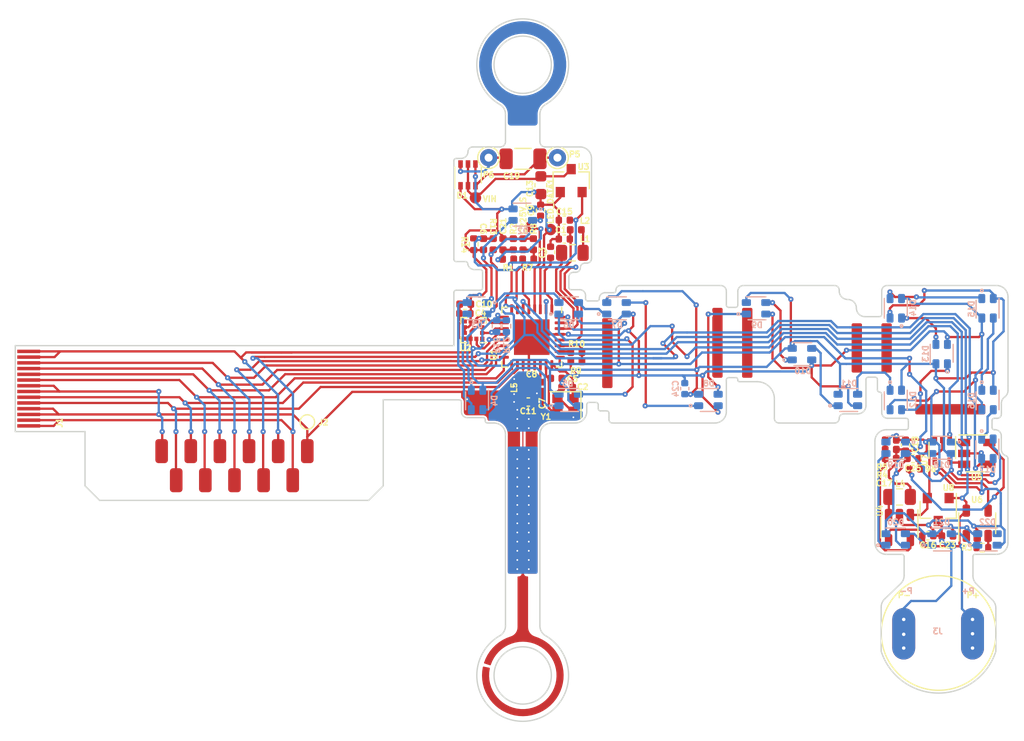
<source format=kicad_pcb>
(kicad_pcb (version 20211014) (generator pcbnew)
  (title_block (title "FLX-F020") (date "2021-09-11") (rev "10") (company "Systemic Games, LLC") (comment 1 "Flexible PCB, 0.13mm thickness"))
  (layers (0 "F.Cu" signal) (31 "B.Cu" signal) (34 "B.Paste" user) (35 "F.Paste" user) (36 "B.SilkS" user "B.Silkscreen") (37 "F.SilkS" user "F.Silkscreen") (38 "B.Mask" user) (39 "F.Mask" user) (44 "Edge.Cuts" user))
  (net 0 "")
  (net 1 "Net-(C1-Pad1)")
  (net 2 "GND")
  (net 3 "VDD")
  (net 4 "Net-(C8-Pad1)")
  (net 5 "VDC")
  (net 6 "Net-(L1-Pad2)")
  (net 7 "Net-(L1-Pad1)")
  (net 8 "+5V")
  (net 9 "Net-(R6-Pad1)")
  (net 10 "VEE")
  (net 11 "/LED_EN")
  (net 12 "Net-(C2-Pad2)")
  (net 13 "Net-(C3-Pad1)")
  (net 14 "Net-(C5-Pad2)")
  (net 15 "Net-(C7-Pad1)")
  (net 16 "Net-(C17-Pad2)")
  (net 17 "Net-(C19-Pad1)")
  (net 18 "Net-(C19-Pad2)")
  (net 19 "Net-(L4-Pad1)")
  (net 20 "RXI")
  (net 21 "TXO")
  (net 22 "SWO")
  (net 23 "RESET")
  (net 24 "SWDCLK")
  (net 25 "SWDIO")
  (net 26 "Net-(R10-Pad1)")
  (net 27 "Net-(R10-Pad2)")
  (net 28 "/LED_DATA")
  (net 29 "/Power Supply/MAG1_")
  (net 30 "/STATS")
  (net 31 "/VLED_SENSE")
  (net 32 "/5V_SENSE")
  (net 33 "/VBAT_SENSE")
  (net 34 "/Power Supply/LED_EN_OUT")
  (net 35 "Net-(R3-Pad1)")
  (net 36 "Net-(D2-Pad3)")
  (net 37 "Net-(D3-Pad3)")
  (net 38 "Net-(D4-Pad3)")
  (net 39 "Net-(D5-Pad3)")
  (net 40 "Net-(D6-Pad3)")
  (net 41 "Net-(D7-Pad3)")
  (net 42 "+BATT")
  (net 47 "/SCL")
  (net 48 "/SDA")
  (net 49 "/ACC_INT")
  (net 50 "/ARC_ANTENNA")
  (net 51 "Net-(D8-Pad3)")
  (net 52 "Net-(D10-Pad1)")
  (net 53 "Net-(D10-Pad3)")
  (net 54 "Net-(D11-Pad3)")
  (net 55 "Net-(D12-Pad3)")
  (net 56 "Net-(D13-Pad3)")
  (net 57 "Net-(D14-Pad3)")
  (net 58 "Net-(D15-Pad3)")
  (net 59 "Net-(D16-Pad3)")
  (net 60 "Net-(D17-Pad3)")
  (net 61 "Net-(D18-Pad3)")
  (net 62 "Net-(D19-Pad3)")
  (net 63 "Net-(D20-Pad3)")
  (net 64 "Net-(D21-Pad3)")
  (footprint "Capacitor_SMD:C_0402_1005Metric" (layer "F.Cu") (at 167.39 106.79)
    (fp_text reference "C16")
    (fp_text value "4.7uF 6.3V 20%")
  )
  (footprint "Pixels-dice:SOT-353_SC-70-5" (layer "F.Cu") (at 168.655 99.335 -90)
    (fp_text reference "U7")
    (fp_text value "74AHC1G08" hide)
  )
  (footprint "TestPoint:TestPoint_THTPad_D1.5mm_Drill0.7mm" (layer "F.Cu") (at 129.1 73.8 150)
    (fp_text reference "P6")
    (fp_text value "COILB")
  )
  (footprint "Resistor_SMD:R_0402_1005Metric" (layer "F.Cu") (at 127.8 81.35 -90)
    (fp_text reference "R14")
    (fp_text value "10M 1%")
  )
  (footprint "Capacitor_SMD:C_0402_1005Metric" (layer "F.Cu") (at 128.65 81.35 -90)
    (fp_text reference "C6")
    (fp_text value "10nF 25V 10%")
  )
  (footprint "Package_TO_SOT_SMD:SOT-23-5" (layer "F.Cu") (at 171.6575 99.6)
    (fp_text reference "U5")
    (fp_text value "MCP73832T-2ACI/OT")
  )
  (footprint "Package_TO_SOT_SMD:SOT-23" (layer "F.Cu") (at 168.3 104.5 -90)
    (fp_text reference "U8")
    (fp_text value "TMR1366")
  )
  (footprint "TestPoint:TestPoint_THTPad_D1.5mm_Drill0.7mm" (layer "F.Cu") (at 135.1 73.8 150)
    (fp_text reference "P5")
    (fp_text value "COILA")
  )
  (footprint "Pixels-dice:SOT-23-5" (layer "F.Cu") (at 171.7 105.696232 90)
    (fp_text reference "U6")
    (fp_text value "MT9700" hide)
  )
  (footprint "Resistor_SMD:R_0402_1005Metric" (layer "F.Cu") (at 172.15 107.82 180)
    (fp_text reference "R3")
    (fp_text value "10k 5%")
  )
  (footprint "Resistor_SMD:R_0402_1005Metric" (layer "F.Cu") (at 129.5 81.35 90)
    (fp_text reference "R13")
    (fp_text value "4.02M 1%")
  )
  (footprint "Capacitor_SMD:C_0402_1005Metric" (layer "F.Cu") (at 133.73 93.87 -90)
    (fp_text reference "C7")
    (fp_text value "100pF NP0 10V 5%")
  )
  (footprint "Inductor_SMD:L_0805_2012Metric" (layer "F.Cu") (at 136.4 82.1)
    (fp_text reference "L1")
    (fp_text value "10uH 100mA 10%")
  )
  (footprint "Capacitor_SMD:C_0402_1005Metric" (layer "F.Cu") (at 135 93.05 180)
    (fp_text reference "C5")
    (fp_text value "6pF 10V 10%")
  )
  (footprint "Capacitor_SMD:C_0402_1005Metric" (layer "F.Cu") (at 134.5 82.05 90)
    (fp_text reference "C3")
    (fp_text value "0.1uF 10V 20%")
  )
  (footprint "Capacitor_SMD:C_0402_1005Metric" (layer "F.Cu") (at 135.95 93.85)
    (fp_text reference "C2")
    (fp_text value "6pF 10V 10%")
  )
  (footprint "Resistor_SMD:R_0402_1005Metric" (layer "F.Cu") (at 136.75 90.79 180)
    (fp_text reference "R10")
    (fp_text value "100k 1%")
  )
  (footprint "Package_DFN_QFN:QFN-32-1EP_5x5mm_P0.5mm_EP3.1x3.1mm" (layer "F.Cu") (at 132.86 89.46 -90)
    (fp_text reference "U1")
    (fp_text value "N52810_QFN32")
  )
  (footprint "Capacitor_SMD:C_0402_1005Metric" (layer "F.Cu") (at 127.06 86.5775)
    (fp_text reference "C10")
    (fp_text value "0.1uF 10V 20%")
  )
  (footprint "Capacitor_SMD:C_0402_1005Metric" (layer "F.Cu") (at 132.9 93.87 -90)
    (fp_text reference "C8")
    (fp_text value "?? NP0")
  )
  (footprint "Capacitor_SMD:C_0402_1005Metric" (layer "F.Cu") (at 169.1 106.8 180)
    (fp_text reference "C23")
    (fp_text value "0.1uF 10V 20%")
  )
  (footprint "Capacitor_SMD:C_0402_1005Metric" (layer "F.Cu") (at 133.63 78.39 90)
    (fp_text reference "C9")
    (fp_text value "4.7uF 6.3V 20%")
  )
  (footprint "Pixels-dice:FPC-POGO-11" (layer "F.Cu") (at 106.94 100.6725 180)
    (fp_text reference "J2")
    (fp_text value "Conn_01x11")
  )
  (footprint "Capacitor_SMD:C_0402_1005Metric" (layer "F.Cu") (at 165.45 98.885 90)
    (fp_text reference "C18")
    (fp_text value "4.7uF 6.3V 20%")
  )
  (footprint "Resistor_SMD:R_0402_1005Metric" (layer "F.Cu") (at 164.16 99.255)
    (fp_text reference "R4")
    (fp_text value "402k 1%")
  )
  (footprint "Capacitor_SMD:C_0402_1005Metric" (layer "F.Cu") (at 164.154 100.045393 180)
    (fp_text reference "C17")
    (fp_text value "22pF 10V 5%")
  )
  (footprint "Pixels-dice:SOT-23-5" (layer "F.Cu") (at 164.92 106.07 -90)
    (fp_text reference "U4")
    (fp_text value "LN3406" hide)
  )
  (footprint "Resistor_SMD:R_0402_1005Metric" (layer "F.Cu") (at 136.75 91.6)
    (fp_text reference "R9")
    (fp_text value "150k 1%")
  )
  (footprint "Capacitor_SMD:C_0402_1005Metric" (layer "F.Cu") (at 127.03 87.3975)
    (fp_text reference "C4")
    (fp_text value "4.7uF 6.3V 20%")
  )
  (footprint "Inductor_SMD:L_0805_2012Metric" (layer "F.Cu") (at 164.93 103.4)
    (fp_text reference "L4")
    (fp_text value "2.2uH 20mA 10%")
  )
  (footprint "Resistor_SMD:R_0402_1005Metric" (layer "F.Cu") (at 166.25 100.95)
    (fp_text reference "R6")
    (fp_text value "22k 1%")
  )
  (footprint "Pixels-dice:FPC_14" (layer "F.Cu") (at 89 97.2 90)
    (fp_text reference "J1")
    (fp_text value "Conn_01x14")
  )
  (footprint "Capacitor_SMD:C_0603_1608Metric" (layer "F.Cu") (at 133.65 76.2 -90)
    (fp_text reference "C13")
    (fp_text value "4.7uF 25V 20%")
  )
  (footprint "Package_TO_SOT_SMD:SOT-363_SC-70-6" (layer "F.Cu") (at 127.3 75.3 90)
    (fp_text reference "D1")
    (fp_text value "BAV99S")
  )
  (footprint "Capacitor_SMD:C_0402_1005Metric" (layer "F.Cu") (at 135.7 79.25 180)
    (fp_text reference "C15")
    (fp_text value "4.7uF 6.3V 20%")
  )
  (footprint "Inductor_SMD:L_0402_1005Metric" (layer "F.Cu") (at 136.7 80.09 180)
    (fp_text reference "L2")
    (fp_text value "15nH 100mA 5%")
  )
  (footprint "Capacitor_SMD:C_0402_1005Metric" (layer "F.Cu") (at 135.7 80.9 180)
    (fp_text reference "C1")
    (fp_text value "4.7uF 6.3V 20%")
  )
  (footprint "Capacitor_SMD:C_0402_1005Metric" (layer "F.Cu") (at 130.35 81.35 90)
    (fp_text reference "C21")
    (fp_text value "10nF 25V 10%")
  )
  (footprint "Resistor_SMD:R_0402_1005Metric" (layer "F.Cu") (at 132.55 82.65)
    (fp_text reference "R7")
    (fp_text value "4.02M 1%")
  )
  (footprint "Resistor_SMD:R_0402_1005Metric" (layer "F.Cu") (at 131.25 81.35 -90)
    (fp_text reference "R2")
    (fp_text value "10M 1%")
  )
  (footprint "Resistor_SMD:R_0402_1005Metric" (layer "F.Cu") (at 133 81.35 90)
    (fp_text reference "R8")
    (fp_text value "10M 1%")
  )
  (footprint "Resistor_SMD:R_0402_1005Metric" (layer "F.Cu") (at 130.8 82.65 180)
    (fp_text reference "R1")
    (fp_text value "4.02M 1%")
  )
  (footprint "Capacitor_SMD:C_0402_1005Metric" (layer "F.Cu") (at 132.1 81.35 90)
    (fp_text reference "C22")
    (fp_text value "10nF 25V 10%")
  )
  (footprint "Pixels-dice:Crystal_SMD_2016-4Pin_2.0x1.6mm" (layer "F.Cu") (at 135.8 95.37 180)
    (fp_text reference "Y1")
    (fp_text value "32MHz 40ppm")
  )
  (footprint "Package_LGA:LGA-12_2x2mm_P0.5mm" (layer "F.Cu") (at 127.78 88.84 180)
    (fp_text reference "U2")
    (fp_text value "KXTJ3-1057")
  )
  (footprint "Capacitor_SMD:C_0402_1005Metric" (layer "F.Cu") (at 132.56 95.12)
    (fp_text reference "C11")
    (fp_text value "?? NP0")
  )
  (footprint "Inductor_SMD:L_0402_1005Metric" (layer "F.Cu") (at 132.07 93.87 -90)
    (fp_text reference "L5")
    (fp_text value "??")
  )
  (footprint "Resistor_SMD:R_0402_1005Metric" (layer "F.Cu") (at 164.16 98.435 180)
    (fp_text reference "R5")
    (fp_text value "100k 1%")
  )
  (footprint "Pixels-dice:ARC_Antenna" (layer "F.Cu") (at 132.08 110.17 -90)
    (fp_text reference "AE2" hide)
    (fp_text value "ARC")
  )
  (footprint "Pixels-dice:SOT-23" (layer "F.Cu") (at 136.3 75.8 -90)
    (fp_text reference "U3")
    (fp_text value "PJ75AL50SA")
  )
  (footprint "Capacitor_SMD:C_1206_3216Metric" (layer "F.Cu") (at 132.1 73.9 180)
    (fp_text reference "C19")
    (fp_text value "33nF 50V 5% NP0")
  )
  (footprint "Capacitor_SMD:C_0402_1005Metric" (layer "F.Cu") (at 166.1 100.05)
    (fp_text reference "C25")
    (fp_text value "0.1uF 10V 20%")
  )
  (footprint "Pixels-dice:TEST_PIN" (layer "F.Cu") (at 134.5 80.07)
    (fp_text reference "W22" hide)
    (fp_text value "LED_DATA1")
  )
  (footprint "Pixels-dice:TEST_PIN" (layer "F.Cu") (at 127.95 77.3)
    (fp_text reference "W16" hide)
    (fp_text value "VIN")
  )
  (footprint "Pixels-dice:TEST_PIN" (layer "F.Cu") (at 132.77 79.83)
    (fp_text reference "W13" hide)
    (fp_text value "5V_S")
  )
  (footprint "Pixels-dice:TX1812Z_2020" (layer "B.Cu") (at 136.085902 94.94 -90)
    (fp_text reference "D5")
    (fp_text value "TX1812Z_2020")
  )
  (footprint "Pixels-dice:TX1812Z_2020" (layer "B.Cu") (at 128.09 94.94 180)
    (fp_text reference "D4")
    (fp_text value "TX1812Z_2020")
  )
  (footprint "Pixels-dice:TX1812Z_2020" (layer "B.Cu") (at 136.08 86.94 -90)
    (fp_text reference "D6")
    (fp_text value "TX1812Z_2020")
  )
  (footprint "Pixels-dice:TX1812Z_2020" (layer "B.Cu") (at 132.08 78.77 90)
    (fp_text reference "D2")
    (fp_text value "TX1812Z_2020")
  )
  (footprint "Pixels-dice:TX1812Z_2020" (layer "B.Cu") (at 140.25 86.94 -90)
    (fp_text reference "D7")
    (fp_text value "TX1812Z_2020")
  )
  (footprint "Pixels-dice:TX1812Z_2020" (layer "B.Cu") (at 128.08 86.94 90)
    (fp_text reference "D3")
    (fp_text value "TX1812Z_2020")
  )
  (footprint "Pixels-dice:Hongjie 10100 Connector" (layer "B.Cu") (at 168.290601 115.336035 180)
    (fp_text reference "J3")
    (fp_text value "Conn_01x02")
  )
  (footprint "Resistor_SMD:R_0402_1005Metric" (layer "B.Cu") (at 130.65 88.5 -90)
    (fp_text reference "R12")
    (fp_text value "2.7k 5%")
  )
  (footprint "Resistor_SMD:R_0402_1005Metric" (layer "B.Cu") (at 129.8 88.5 -90)
    (fp_text reference "R16")
    (fp_text value "2.7k 5%")
  )
  (footprint "Pixels-dice:TX1812Z_2020" (layer "B.Cu") (at 152.42 86.94 -90)
    (fp_text reference "D9")
    (fp_text value "TX1812Z_2020")
  )
  (footprint "Pixels-dice:TX1812Z_2020" (layer "B.Cu") (at 164.6 86.94)
    (fp_text reference "D14")
    (fp_text value "TX1812Z_2020")
  )
  (footprint "Pixels-dice:TX1812Z_2020" (layer "B.Cu") (at 164.59 107.11 -90)
    (fp_text reference "D20")
    (fp_text value "TX1812Z_2020")
  )
  (footprint "Pixels-dice:TX1812Z_2020" (layer "B.Cu") (at 172.59 107.11 -90)
    (fp_text reference "D22")
    (fp_text value "TX1812Z_2020")
  )
  (footprint "Pixels-dice:TX1812Z_2020" (layer "B.Cu") (at 172.585902 99.2 180)
    (fp_text reference "D17")
    (fp_text value "TX1812Z_2020")
  )
  (footprint "Pixels-dice:TX1812Z_2020" (layer "B.Cu") (at 156.42 90.94 -90)
    (fp_text reference "D10")
    (fp_text value "TX1812Z_2020")
  )
  (footprint "Pixels-dice:TX1812Z_2020" (layer "B.Cu") (at 168.59 99.11 90)
    (fp_text reference "D18")
    (fp_text value "TX1812Z_2020")
  )
  (footprint "Pixels-dice:TX1812Z_2020" (layer "B.Cu") (at 172.6 86.94 180)
    (fp_text reference "D15")
    (fp_text value "TX1812Z_2020")
  )
  (footprint "Pixels-dice:TX1812Z_2020" (layer "B.Cu") (at 160.42 94.94 -90)
    (fp_text reference "D11")
    (fp_text value "TX1812Z_2020")
  )
  (footprint "Pixels-dice:TX1812Z_2020" (layer "B.Cu") (at 172.6 94.94 180)
    (fp_text reference "D16")
    (fp_text value "TX1812Z_2020")
  )
  (footprint "Pixels-dice:TX1812Z_2020" (layer "B.Cu") (at 148.26 94.94 -90)
    (fp_text reference "D8")
    (fp_text value "TX1812Z_2020")
  )
  (footprint "Pixels-dice:TX1812Z_2020" (layer "B.Cu") (at 164.6 94.94 180)
    (fp_text reference "D12")
    (fp_text value "TX1812Z_2020")
  )
  (footprint "Pixels-dice:TX1812Z_2020" (layer "B.Cu") (at 164.59 99.11 90)
    (fp_text reference "D19")
    (fp_text value "TX1812Z_2020")
  )
  (footprint "Pixels-dice:TX1812Z_2020" (layer "B.Cu") (at 168.59 107.11 -90)
    (fp_text reference "D21")
    (fp_text value "TX1812Z_2020")
  )
  (footprint "Pixels-dice:TX1812Z_2020" (layer "B.Cu") (at 168.6 90.94)
    (fp_text reference "D13")
    (fp_text value "TX1812Z_2020")
  )
  (footprint "Capacitor_SMD:C_0402_1005Metric" (layer "B.Cu") (at 146.2 93.95 90)
    (fp_text reference "C24")
    (fp_text value "0.1uF 10V 20%")
  )
  (gr_circle (center 168.332038 115.269521) (end 173.332038 115.269521) (layer "F.SilkS") (width 0.12) (fill none))
  (gr_line (start 165.014507 110.979502) (end 163.634677 112.294737) (layer "Edge.Cuts") (width 0.12))
  (gr_line (start 138.8602 95.8889) (end 138.8552 95.8889) (layer "Edge.Cuts") (width 0.12))
  (gr_line (start 150.027199 92.99) (end 150.6642 92.99) (layer "Edge.Cuts") (width 0.12))
  (gr_arc (start 134.07 115.509615) (mid 133.703975 115.14359) (end 133.57 114.64359) (layer "Edge.Cuts") (width 0.12))
  (gr_arc (start 136.3 85.32) (mid 136.154029 85.258042) (end 136.097197 85.11) (layer "Edge.Cuts") (width 0.12))
  (gr_line (start 165.497198 97.535598) (end 163.779022 97.535028) (layer "Edge.Cuts") (width 0.12))
  (gr_line (start 163.324198 113.019612) (end 163.324198 116.859) (layer "Edge.Cuts") (width 0.12))
  (gr_line (start 139.5912 96.0889) (end 139.5912 96.4482) (layer "Edge.Cuts") (width 0.12))
  (gr_arc (start 161.998199 93.15) (mid 162.056778 93.008578) (end 162.198199 92.949999) (layer "Edge.Cuts") (width 0.12))
  (gr_arc (start 165.124713 108.410572) (mid 165.267018 108.469516) (end 165.325962 108.611821) (layer "Edge.Cuts") (width 0.12))
  (gr_arc (start 149.827199 93.19) (mid 149.885778 93.048579) (end 150.027199 92.99) (layer "Edge.Cuts") (width 0.12))
  (gr_line (start 130.1 72.8644) (end 127.73 72.8644) (layer "Edge.Cuts") (width 0.12))
  (gr_line (start 118.6372 103.7) (end 95.1828 103.7) (layer "Edge.Cuts") (width 0.12))
  (gr_arc (start 160.4142 86.1717) (mid 159.88387 85.95203) (end 159.6642 85.4217) (layer "Edge.Cuts") (width 0.12))
  (gr_line (start 137.097197 83.399998) (end 137.097197 83.399999) (layer "Edge.Cuts") (width 0.12))
  (gr_line (start 136.497197 83.799998) (end 136.697197 83.799998) (layer "Edge.Cuts") (width 0.12))
  (gr_arc (start 150.0272 86.8586) (mid 149.885778 86.800021) (end 149.8272 86.658599) (layer "Edge.Cuts") (width 0.12))
  (gr_line (start 93.91 97.7) (end 87.83 97.7) (layer "Edge.Cuts") (width 0.12))
  (gr_arc (start 130.07 69.152863) (mid 130.436025 69.518888) (end 130.57 70.018888) (layer "Edge.Cuts") (width 0.12))
  (gr_arc (start 137.757405 86.3) (mid 137.611259 86.248) (end 137.549996 86.105488) (layer "Edge.Cuts") (width 0.12))
  (gr_arc (start 163.324198 113.019612) (mid 163.405084 112.625327) (end 163.634677 112.294737) (layer "Edge.Cuts") (width 0.12))
  (gr_arc (start 149.8272 95.950003) (mid 149.534307 96.657107) (end 148.827203 96.95) (layer "Edge.Cuts") (width 0.12))
  (gr_arc (start 165.697198 97.335598) (mid 165.63862 97.47702) (end 165.497198 97.535598) (layer "Edge.Cuts") (width 0.12))
  (gr_line (start 119.9102 102.427) (end 118.6372 103.7) (layer "Edge.Cuts") (width 0.12))
  (gr_line (start 137.049996 85.319995) (end 136.3 85.32) (layer "Edge.Cuts") (width 0.12))
  (gr_line (start 119.9102 94.918731) (end 126.531302 94.924245) (layer "Edge.Cuts") (width 0.12))
  (gr_line (start 162 95.45) (end 161.998199 93.15) (layer "Edge.Cuts") (width 0.12))
  (gr_line (start 163.144596 87.6717) (end 161.914201 87.6717) (layer "Edge.Cuts") (width 0.12))
  (gr_arc (start 128.3702 83.5644) (mid 128.511621 83.622979) (end 128.5702 83.7644) (layer "Edge.Cuts") (width 0.12))
  (gr_line (start 128.8 96.674795) (end 128.797197 96.75) (layer "Edge.Cuts") (width 0.12))
  (gr_line (start 162.7842 106.322387) (end 162.7842 107.409594) (layer "Edge.Cuts") (width 0.12))
  (gr_line (start 162.9982 93.15) (end 162.998202 94.051587) (layer "Edge.Cuts") (width 0.12))
  (gr_line (start 139.8912 96.949999) (end 148.8272 96.95) (layer "Edge.Cuts") (width 0.12))
  (gr_arc (start 162 95.45) (mid 161.773527 95.959136) (end 161.25 96.15) (layer "Edge.Cuts") (width 0.12))
  (gr_arc (start 171.61746 110.97943) (mid 171.402823 110.658112) (end 171.327421 110.279128) (layer "Edge.Cuts") (width 0.12))
  (gr_arc (start 173.031461 112.394051) (mid 173.248119 112.71842) (end 173.324197 113.101001) (layer "Edge.Cuts") (width 0.12))
  (gr_line (start 134.593988 96.95) (end 136.6552 96.95) (layer "Edge.Cuts") (width 0.12))
  (gr_line (start 139.5912 96.4482) (end 139.5912 96.65) (layer "Edge.Cuts") (width 0.12))
  (gr_line (start 126.0702 85.5644) (end 126.0702 90.2) (layer "Edge.Cuts") (width 0.12))
  (gr_arc (start 139.391203 95.8889) (mid 139.532622 95.94748) (end 139.5912 96.0889) (layer "Edge.Cuts") (width 0.12))
  (gr_arc (start 127.8702 83.5644) (mid 127.473337 83.4144) (end 127.274906 83.0394) (layer "Edge.Cuts") (width 0.12))
  (gr_line (start 137.855199 95.149999) (end 138.455201 95.149999) (layer "Edge.Cuts") (width 0.12))
  (gr_line (start 163.373 87.4717) (end 163.373001 85.42) (layer "Edge.Cuts") (width 0.12))
  (gr_arc (start 127.076475 82.8644) (mid 127.208762 82.9144) (end 127.274906 83.0394) (layer "Edge.Cuts") (width 0.12))
  (gr_arc (start 174.384192 94.095268) (mid 174.314695 94.408487) (end 174.116889 94.661091) (layer "Edge.Cuts") (width 0.12))
  (gr_line (start 163.373 94.451588) (end 163.373 96.035603) (layer "Edge.Cuts") (width 0.12))
  (gr_arc (start 173.19 97.535601) (mid 173.048579 97.477022) (end 172.99 97.3356) (layer "Edge.Cuts") (width 0.12))
  (gr_arc (start 163.873004 96.535604) (mid 163.519449 96.389158) (end 163.373 96.035603) (layer "Edge.Cuts") (width 0.12))
  (gr_line (start 159.6642 85.4217) (end 159.664201 85.350001) (layer "Edge.Cuts") (width 0.12))
  (gr_arc (start 128.997197 96.95) (mid 128.855776 96.891421) (end 128.797197 96.75) (layer "Edge.Cuts") (width 0.12))
  (gr_line (start 138.6552 95.35) (end 138.6552 95.6889) (layer "Edge.Cuts") (width 0.12))
  (gr_line (start 150.9642 93.344751) (end 152.5142 93.344751) (layer "Edge.Cuts") (width 0.12))
  (gr_arc (start 163.172999 94.251588) (mid 163.314421 94.310166) (end 163.373 94.451588) (layer "Edge.Cuts") (width 0.12))
  (gr_line (start 149.326673 84.95) (end 140.597197 84.95) (layer "Edge.Cuts") (width 0.12))
  (gr_arc (start 129.5702 96.949995) (mid 130.285451 97.250863) (end 130.5702 97.972683) (layer "Edge.Cuts") (width 0.12))
  (gr_line (start 87.83 90.2) (end 126.0702 90.2) (layer "Edge.Cuts") (width 0.12))
  (gr_line (start 173.031461 112.394051) (end 171.61746 110.97943) (layer "Edge.Cuts") (width 0.12))
  (gr_arc (start 161.914201 87.6717) (mid 161.38387 87.452031) (end 161.1642 86.9217) (layer "Edge.Cuts") (width 0.12))
  (gr_line (start 127.8702 83.5644) (end 128.3702 83.5644) (layer "Edge.Cuts") (width 0.12))
  (gr_arc (start 173.23 97.535027) (mid 173.631925 97.684027) (end 173.800856 98.07799) (layer "Edge.Cuts") (width 0.12))
  (gr_line (start 160.0642 96.15) (end 161.25 96.15) (layer "Edge.Cuts") (width 0.12))
  (gr_arc (start 173.384198 84.950001) (mid 174.091306 85.242894) (end 174.384199 85.950001) (layer "Edge.Cuts") (width 0.12))
  (gr_line (start 162.779023 98.535029) (end 162.7842 106.322387) (layer "Edge.Cuts") (width 0.12))
  (gr_arc (start 130.07 69.152863) (mid 132.07 61.688761) (end 134.07 69.152863) (layer "Edge.Cuts") (width 0.12))
  (gr_arc (start 163.373001 85.42) (mid 163.522233 85.08003) (end 163.87 84.95) (layer "Edge.Cuts") (width 0.12))
  (gr_arc (start 137.097197 83.399999) (mid 137.214354 83.117156) (end 137.497198 82.999999) (layer "Edge.Cuts") (width 0.12))
  (gr_line (start 137.497198 82.999999) (end 137.670199 82.999999) (layer "Edge.Cuts") (width 0.12))
  (gr_arc (start 173.324201 116.867277) (mid 168.321179 120.512086) (end 163.324198 116.859) (layer "Edge.Cuts") (width 0.12))
  (gr_line (start 173.800856 99.24339) (end 173.800856 98.07799) (layer "Edge.Cuts") (width 0.12))
  (gr_line (start 130.5702 97.972683) (end 130.57 114.64359) (layer "Edge.Cuts") (width 0.12))
  (gr_line (start 171.327421 110.279128) (end 171.327197 108.587896) (layer "Edge.Cuts") (width 0.12))
  (gr_arc (start 163.785178 108.410572) (mid 163.07738 108.117392) (end 162.7842 107.409594) (layer "Edge.Cuts") (width 0.12))
  (gr_line (start 93.91 102.427) (end 93.91 97.7) (layer "Edge.Cuts") (width 0.12))
  (gr_arc (start 133.5702 97.973788) (mid 133.870061 97.249861) (end 134.593988 96.95) (layer "Edge.Cuts") (width 0.12))
  (gr_arc (start 163.373 87.4717) (mid 163.30416 87.623504) (end 163.144596 87.6717) (layer "Edge.Cuts") (width 0.12))
  (gr_arc (start 174.379024 107.406408) (mid 174.086136 108.113512) (end 173.379035 108.406408) (layer "Edge.Cuts") (width 0.12))
  (gr_line (start 173.23 97.535027) (end 173.19 97.535601) (layer "Edge.Cuts") (width 0.12))
  (gr_line (start 149.826951 85.434742) (end 149.8272 86.658599) (layer "Edge.Cuts") (width 0.12))
  (gr_circle (center 132.07 65.688761) (end 134.57 65.688761) (layer "Edge.Cuts") (width 0.12) (fill none))
  (gr_line (start 171.50807 108.407) (end 173.379035 108.406408) (layer "Edge.Cuts") (width 0.12))
  (gr_arc (start 174.201773 99.801372) (mid 174.329249 99.898186) (end 174.38 100.05) (layer "Edge.Cuts") (width 0.12))
  (gr_line (start 126.2702 82.8644) (end 127.076475 82.8644) (layer "Edge.Cuts") (width 0.12))
  (gr_arc (start 134 72.8644) (mid 133.694008 72.716452) (end 133.57 72.4) (layer "Edge.Cuts") (width 0.12))
  (gr_arc (start 137.6552 95.950003) (mid 137.362307 96.657107) (end 136.655203 96.95) (layer "Edge.Cuts") (width 0.12))
  (gr_arc (start 133.57 70.018888) (mid 133.703975 69.518888) (end 134.07 69.152863) (layer "Edge.Cuts") (width 0.12))
  (gr_line (start 126.0702 74.0644) (end 126.0702 82.6644) (layer "Edge.Cuts") (width 0.12))
  (gr_line (start 126.697197 73.8644) (end 126.2702 73.8644) (layer "Edge.Cuts") (width 0.12))
  (gr_arc (start 172.99 96.7356) (mid 173.048579 96.594178) (end 173.19 96.535599) (layer "Edge.Cuts") (width 0.12))
  (gr_arc (start 138.749997 86.1) (mid 138.694257 86.244253) (end 138.550006 86.3) (layer "Edge.Cuts") (width 0.12))
  (gr_arc (start 160.4142 86.1717) (mid 160.94453 86.39137) (end 161.1642 86.9217) (layer "Edge.Cuts") (width 0.12))
  (gr_arc (start 149.326673 84.95) (mid 149.674973 85.091063) (end 149.826951 85.434742) (layer "Edge.Cuts") (width 0.12))
  (gr_line (start 119.9102 94.918731) (end 119.9102 102.427) (layer "Edge.Cuts") (width 0.12))
  (gr_circle (center 132.07 118.973717) (end 134.57 118.973717) (layer "Edge.Cuts") (width 0.12) (fill none))
  (gr_arc (start 152.5142 93.344751) (mid 153.57486 93.784091) (end 154.0142 94.844751) (layer "Edge.Cuts") (width 0.12))
  (gr_arc (start 163.172999 94.251588) (mid 163.048059 94.184398) (end 162.998202 94.051587) (layer "Edge.Cuts") (width 0.12))
  (gr_line (start 126.8562 85.3644) (end 126.2702 85.3644) (layer "Edge.Cuts") (width 0.12))
  (gr_line (start 149.8272 95.95) (end 149.8272 93.29) (layer "Edge.Cuts") (width 0.12))
  (gr_arc (start 162.798201 92.949999) (mid 162.939622 93.008578) (end 162.998201 93.149999) (layer "Edge.Cuts") (width 0.12))
  (gr_arc (start 150.6642 92.99) (mid 150.770266 93.033934) (end 150.8142 93.14) (layer "Edge.Cuts") (width 0.12))
  (gr_arc (start 137.097197 83.399998) (mid 136.98004 83.682841) (end 136.697197 83.799998) (layer "Edge.Cuts") (width 0.12))
  (gr_line (start 128.3702 85.3644) (end 126.8562 85.3644) (layer "Edge.Cuts") (width 0.12))
  (gr_line (start 128.6 96.479202) (end 127.231294 96.47918) (layer "Edge.Cuts") (width 0.12))
  (gr_line (start 150.6272 86.8586) (end 150.0272 86.8586) (layer "Edge.Cuts") (width 0.12))
  (gr_line (start 133.57 70.018888) (end 133.57 72.4) (layer "Edge.Cuts") (width 0.12))
  (gr_line (start 130.57 72.4) (end 130.57 70.018888) (layer "Edge.Cuts") (width 0.12))
  (gr_line (start 129.5702 96.95) (end 128.997197 96.95) (layer "Edge.Cuts") (width 0.12))
  (gr_arc (start 134.07 115.509615) (mid 132.07 122.973717) (end 130.07 115.509615) (layer "Edge.Cuts") (width 0.12))
  (gr_line (start 163.873004 96.535604) (end 165.4972 96.5356) (layer "Edge.Cuts") (width 0.12))
  (gr_line (start 137.6552 95.95) (end 137.6552 95.35) (layer "Edge.Cuts") (width 0.12))
  (gr_line (start 173.19 96.535599) (end 173.3842 96.5356) (layer "Edge.Cuts") (width 0.12))
  (gr_line (start 173.443231 96.5356) (end 173.3842 96.5356) (layer "Edge.Cuts") (width 0.12))
  (gr_line (start 165.325962 108.611821) (end 165.325962 110.252351) (layer "Edge.Cuts") (width 0.12))
  (gr_arc (start 127.231294 96.47918) (mid 126.877746 96.332732) (end 126.731302 95.979181) (layer "Edge.Cuts") (width 0.12))
  (gr_arc (start 159.664201 96.55) (mid 159.547044 96.832843) (end 159.264202 96.95) (layer "Edge.Cuts") (width 0.12))
  (gr_line (start 151.3272 84.95) (end 159.264198 84.95) (layer "Edge.Cuts") (width 0.12))
  (gr_arc (start 150.827201 86.658601) (mid 150.768622 86.800022) (end 150.627201 86.858601) (layer "Edge.Cuts") (width 0.12))
  (gr_arc (start 174.201773 99.801372) (mid 173.911492 99.586919) (end 173.800856 99.24339) (layer "Edge.Cuts") (width 0.12))
  (gr_arc (start 140.2 85.37) (mid 140.145007 85.517863) (end 140 85.58) (layer "Edge.Cuts") (width 0.12))
  (gr_line (start 150.8142 93.14) (end 150.8142 93.194751) (layer "Edge.Cuts") (width 0.12))
  (gr_arc (start 171.327197 108.587896) (mid 171.380165 108.459985) (end 171.50807 108.407) (layer "Edge.Cuts") (width 0.12))
  (gr_line (start 138.0702 82.599999) (end 138.0702 73.8644) (layer "Edge.Cuts") (width 0.12))
  (gr_arc (start 138.749997 86.1) (mid 138.889307 85.733561) (end 139.250006 85.58) (layer "Edge.Cuts") (width 0.12))
  (gr_arc (start 130.57 72.4) (mid 130.431997 72.730366) (end 130.1 72.8644) (layer "Edge.Cuts") (width 0.12))
  (gr_line (start 136.097197 85.11) (end 136.097197 84.199998) (layer "Edge.Cuts") (width 0.12))
  (gr_line (start 174.3842 93.7) (end 174.3842 85.95) (layer "Edge.Cuts") (width 0.12))
  (gr_arc (start 137.049996 85.319995) (mid 137.403552 85.466442) (end 137.55 85.819998) (layer "Edge.Cuts") (width 0.12))
  (gr_arc (start 154.4142 96.949999) (mid 154.131357 96.832842) (end 154.0142 96.549999) (layer "Edge.Cuts") (width 0.12))
  (gr_arc (start 136.097197 84.199998) (mid 136.214354 83.917155) (end 136.497197 83.799998) (layer "Edge.Cuts") (width 0.12))
  (gr_arc (start 127.3 73.3) (mid 127.420185 72.988604) (end 127.73 72.8644) (layer "Edge.Cuts") (width 0.12))
  (gr_arc (start 165.497201 96.535599) (mid 165.638622 96.594178) (end 165.697201 96.735599) (layer "Edge.Cuts") (width 0.12))
  (gr_line (start 139.0882 95.8889) (end 139.3912 95.8889) (layer "Edge.Cuts") (width 0.12))
  (gr_arc (start 159.264198 84.95) (mid 159.547043 85.067157) (end 159.664201 85.350001) (layer "Edge.Cuts") (width 0.12))
  (gr_line (start 173.3842 84.95) (end 163.87 84.95) (layer "Edge.Cuts") (width 0.12))
  (gr_arc (start 137.655199 95.35) (mid 137.713778 95.208578) (end 137.855199 95.149999) (layer "Edge.Cuts") (width 0.12))
  (gr_line (start 137.55 85.819998) (end 137.549996 86.105488) (layer "Edge.Cuts") (width 0.12))
  (gr_line (start 149.827199 93.29) (end 149.827199 93.19) (layer "Edge.Cuts") (width 0.12))
  (gr_line (start 174.384192 94.095268) (end 174.3842 93.7) (layer "Edge.Cuts") (width 0.12))
  (gr_arc (start 138.8552 95.8889) (mid 138.713779 95.830321) (end 138.6552 95.6889) (layer "Edge.Cuts") (width 0.12))
  (gr_arc (start 128.6 96.479202) (mid 128.744545 96.53145) (end 128.8 96.674795) (layer "Edge.Cuts") (width 0.12))
  (gr_line (start 95.1828 103.7) (end 93.91 102.427) (layer "Edge.Cuts") (width 0.12))
  (gr_arc (start 126.531302 94.924245) (mid 126.672723 94.982824) (end 126.731302 95.124245) (layer "Edge.Cuts") (width 0.12))
  (gr_line (start 138.550006 86.3) (end 137.757405 86.3) (layer "Edge.Cuts") (width 0.12))
  (gr_line (start 150.8272 85.45) (end 150.8272 86.6586) (layer "Edge.Cuts") (width 0.12))
  (gr_arc (start 126.0702 74.0644) (mid 126.128779 73.922979) (end 126.2702 73.8644) (layer "Edge.Cuts") (width 0.12))
  (gr_arc (start 139.8912 96.949999) (mid 139.679069 96.862131) (end 139.591201 96.65) (layer "Edge.Cuts") (width 0.12))
  (gr_arc (start 150.9642 93.344751) (mid 150.858134 93.300817) (end 150.8142 93.194751) (layer "Edge.Cuts") (width 0.12))
  (gr_line (start 172.99 97.3356) (end 172.99 96.7356) (layer "Edge.Cuts") (width 0.12))
  (gr_arc (start 126.070199 85.5644) (mid 126.128778 85.422978) (end 126.270199 85.364399) (layer "Edge.Cuts") (width 0.12))
  (gr_arc (start 138.455201 95.149999) (mid 138.596622 95.208578) (end 138.655201 95.349999) (layer "Edge.Cuts") (width 0.12))
  (gr_line (start 128.5702 83.7644) (end 128.5702 85.1644) (layer "Edge.Cuts") (width 0.12))
  (gr_line (start 133.57 114.64359) (end 133.5702 97.973788) (layer "Edge.Cuts") (width 0.12))
  (gr_arc (start 173.807089 95.23346) (mid 173.889506 94.908044) (end 174.116889 94.661091) (layer "Edge.Cuts") (width 0.12))
  (gr_line (start 139.250006 85.58) (end 140 85.58) (layer "Edge.Cuts") (width 0.12))
  (gr_arc (start 128.5702 85.1644) (mid 128.511621 85.305821) (end 128.3702 85.3644) (layer "Edge.Cuts") (width 0.12))
  (gr_line (start 154.0142 94.844751) (end 154.0142 96.549999) (layer "Edge.Cuts") (width 0.12))
  (gr_arc (start 126.2702 82.8644) (mid 126.128779 82.805821) (end 126.0702 82.6644) (layer "Edge.Cuts") (width 0.12))
  (gr_line (start 174.379024 107.406408) (end 174.38 100.05) (layer "Edge.Cuts") (width 0.12))
  (gr_line (start 173.324197 116.86729) (end 173.324197 113.100999) (layer "Edge.Cuts") (width 0.12))
  (gr_arc (start 159.664201 96.55) (mid 159.781358 96.267157) (end 160.0642 96.15) (layer "Edge.Cuts") (width 0.12))
  (gr_arc (start 127.3 73.3) (mid 127.110089 73.701276) (end 126.697197 73.8644) (layer "Edge.Cuts") (width 0.12))
  (gr_line (start 139.0882 95.8889) (end 138.8602 95.8889) (layer "Edge.Cuts") (width 0.12))
  (gr_arc (start 173.807094 96.171736) (mid 173.700521 96.429027) (end 173.443231 96.5356) (layer "Edge.Cuts") (width 0.12))
  (gr_line (start 87.83 90.2) (end 87.83 97.7) (layer "Edge.Cuts") (width 0.12))
  (gr_arc (start 138.0702 82.599999) (mid 137.953042 82.882842) (end 137.670199 82.999999) (layer "Edge.Cuts") (width 0.12))
  (gr_arc (start 165.325962 110.252351) (mid 165.244821 110.647874) (end 165.014507 110.979502) (layer "Edge.Cuts") (width 0.12))
  (gr_arc (start 150.8272 85.45) (mid 150.973647 85.096447) (end 151.3272 84.95) (layer "Edge.Cuts") (width 0.12))
  (gr_arc (start 162.779023 98.535029) (mid 163.071916 97.827923) (end 163.779022 97.535028) (layer "Edge.Cuts") (width 0.12))
  (gr_line (start 165.6972 96.7356) (end 165.6972 97.3356) (layer "Edge.Cuts") (width 0.12))
  (gr_line (start 163.785178 108.410572) (end 165.124713 108.410572) (layer "Edge.Cuts") (width 0.12))
  (gr_line (start 154.4142 96.949999) (end 159.264202 96.95) (layer "Edge.Cuts") (width 0.12))
  (gr_arc (start 140.2 85.37) (mid 140.308161 85.074473) (end 140.597197 84.95) (layer "Edge.Cuts") (width 0.12))
  (gr_line (start 162.1982 92.95) (end 162.7982 92.95) (layer "Edge.Cuts") (width 0.12))
  (gr_line (start 137.0702 72.8644) (end 134 72.8644) (layer "Edge.Cuts") (width 0.12))
  (gr_line (start 126.731302 95.979181) (end 126.731302 95.124245) (layer "Edge.Cuts") (width 0.12))
  (gr_arc (start 137.070198 72.864401) (mid 137.777306 73.157294) (end 138.070199 73.864401) (layer "Edge.Cuts") (width 0.12))
  (gr_line (start 173.807094 96.171736) (end 173.807089 95.23346) (layer "Edge.Cuts") (width 0.12))
  (gr_arc (start 130.57 114.64359) (mid 130.436025 115.14359) (end 130.07 115.509615) (layer "Edge.Cuts") (width 0.12))
  (gr_text "P+" (at 170.9 111.6) (layer "B.SilkS") (effects (font (size 0.5 0.5) (thickness 0.12)) (justify mirror)))
  (gr_text "P-" (at 165.5 111.6) (layer "B.SilkS") (effects (font (size 0.5 0.5) (thickness 0.12)) (justify mirror)))
  (gr_text "P-" (at 165.340601 111.966035) (layer "F.SilkS") (effects (font (size 0.5 0.5) (thickness 0.12))))
  (gr_text "P+" (at 171.340601 111.966035) (layer "F.SilkS") (effects (font (size 0.5 0.5) (thickness 0.12))))
  (segment (start 136.85 86.85) (end 136.85 88.35) (width 0.2) (layer "F.Cu") (net 1))
  (segment (start 136.49 88.71) (end 135.2975 88.71) (width 0.2) (layer "F.Cu") (net 1))
  (segment (start 136.25 80.97) (end 136.25 82.85) (width 0.2) (layer "F.Cu") (net 1))
  (segment (start 135.37 83.73) (end 135.37 85.37) (width 0.2) (layer "F.Cu") (net 1))
  (segment (start 136.215 80.09) (end 136.215 80.865) (width 0.2) (layer "F.Cu") (net 1))
  (segment (start 136.85 88.35) (end 136.49 88.71) (width 0.2) (layer "F.Cu") (net 1))
  (segment (start 136.215 80.865) (end 136.18 80.9) (width 0.2) (layer "F.Cu") (net 1))
  (segment (start 136.18 80.9) (end 136.25 80.97) (width 0.2) (layer "F.Cu") (net 1))
  (segment (start 135.37 85.37) (end 136.85 86.85) (width 0.2) (layer "F.Cu") (net 1))
  (segment (start 136.25 82.85) (end 135.37 83.73) (width 0.2) (layer "F.Cu") (net 1))
  (segment (start 133.675 76.8) (end 133.7 76.775) (width 0.2) (layer "F.Cu") (net 2))
  (segment (start 127.1 80.5) (end 127.45 80.15) (width 0.2) (layer "F.Cu") (net 2))
  (segment (start 167.87 106.79) (end 168.605 106.79) (width 0.2) (layer "F.Cu") (net 2))
  (segment (start 127.8 81.86) (end 127.8 82.45) (width 0.2) (layer "F.Cu") (net 2))
  (segment (start 127.53 88.0775) (end 127.53 87.4175) (width 0.2) (layer "F.Cu") (net 2))
  (segment (start 131.25 80.865) (end 132.1 80.865) (width 0.2) (layer "F.Cu") (net 2))
  (segment (start 127.53 88.39) (end 127.53 88.0775) (width 0.2) (layer "F.Cu") (net 2))
  (segment (start 134.65 80.9) (end 135.22 80.9) (width 0.2) (layer "F.Cu") (net 2))
  (segment (start 133.05 76.8) (end 133.675 76.8) (width 0.2) (layer "F.Cu") (net 2))
  (segment (start 127.53 87.4175) (end 127.51 87.3975) (width 0.2) (layer "F.Cu") (net 2))
  (segment (start 130.35 80.65) (end 130.35 80.865) (width 0.2) (layer "F.Cu") (net 2))
  (segment (start 165.22 105.85) (end 167.45 105.85) (width 0.2) (layer "F.Cu") (net 2))
  (segment (start 170.5575 99.6) (end 172 99.6) (width 0.2) (layer "F.Cu") (net 2))
  (segment (start 167.45 105.85) (end 167.8 105.5) (width 0.2) (layer "F.Cu") (net 2))
  (segment (start 167.3 99.4) (end 166.65 100.05) (width 0.2) (layer "F.Cu") (net 2))
  (segment (start 136.5 96.44) (end 136.49 96.45) (width 0.2) (layer "F.Cu") (net 2))
  (segment (start 157.27 92.97) (end 157.27 91.93) (width 0.2) (layer "F.Cu") (net 2))
  (segment (start 133.63 76.845) (end 133.7 76.775) (width 0.2) (layer "F.Cu") (net 2))
  (segment (start 167.8 105.5) (end 168.6 105.5) (width 0.2) (layer "F.Cu") (net 2))
  (segment (start 132.9 94.355) (end 133.305 94.355) (width 0.2) (layer "F.Cu") (net 2))
  (segment (start 129.32 94.23) (end 127.87 94.23) (width 0.2) (layer "F.Cu") (net 2))
  (segment (start 127.1 81.55) (end 127.1 80.5) (width 0.2) (layer "F.Cu") (net 2))
  (segment (start 132.61 91.8975) (end 132.61 92.62) (width 0.2) (layer "F.Cu") (net 2))
  (segment (start 136.265 91.6) (end 136.265 92.215) (width 0.2) (layer "F.Cu") (net 2))
  (segment (start 133.04 95.12) (end 133.5 95.12) (width 0.2) (layer "F.Cu") (net 2))
  (segment (start 112.04 96.2) (end 113.29 97.45) (width 0.2) (layer "F.Cu") (net 2))
  (segment (start 128.625 81.86) (end 128.65 81.835) (width 0.2) (layer "F.Cu") (net 2))
  (segment (start 169.7 102.55) (end 168.45 101.3) (width 0.2) (layer "F.Cu") (net 2))
  (segment (start 167.2 98.6) (end 167.415 98.385) (width 0.2) (layer "F.Cu") (net 2))
  (segment (start 128.9 83.55) (end 128.65 83.3) (width 0.2) (layer "F.Cu") (net 2))
  (segment (start 153.85 87.45) (end 153.85 91.35) (width 0.2) (layer "F.Cu") (net 2))
  (segment (start 168.45 101.3) (end 168.1 101.3) (width 0.2) (layer "F.Cu") (net 2))
  (segment (start 164.92 104.97) (end 164.92 105.55) (width 0.2) (layer "F.Cu") (net 2))
  (segment (start 113.29 99.4025) (end 113.29 98.15) (width 0.2) (layer "F.Cu") (net 2))
  (segment (start 100.34 94.2) (end 91.68 94.2) (width 0.2) (layer "F.Cu") (net 2))
  (segment (start 136.04 89.21) (end 136.05 89.2) (width 0.2) (layer "F.Cu") (net 2))
  (segment (start 141.7 88.5) (end 141.3 88.9) (width 0.2) (layer "F.Cu") (net 2))
  (segment (start 132.61 92.62) (end 132.62 92.63) (width 0.2) (layer "F.Cu") (net 2))
  (segment (start 132.1 80.865) (end 133 80.865) (width 0.2) (layer "F.Cu") (net 2))
  (segment (start 135.35 76.8) (end 135.35 77.27) (width 0.2) (layer "F.Cu") (net 2))
  (segment (start 167.87 106.27) (end 167.87 106.79) (width 0.2) (layer "F.Cu") (net 2))
  (segment (start 100.55 96.2) (end 91.62 96.2) (width 0.2) (layer "F.Cu") (net 2))
  (segment (start 100.34 96.2) (end 112.04 96.2) (width 0.2) (layer "F.Cu") (net 2))
  (segment (start 91.18 93.7) (end 91.68 94.2) (width 0.2) (layer "F.Cu") (net 2))
  (segment (start 129.32 94.23) (end 130.21 94.23) (width 0.2) (layer "F.Cu") (net 2))
  (segment (start 126.65 77.05) (end 127.89 78.29) (width 0.2) (layer "F.Cu") (net 2))
  (segment (start 135.465 93.07) (end 135.465 93.85) (width 0.2) (layer "F.Cu") (net 2))
  (segment (start 127.41 81.86) (end 127.1 81.55) (width 0.2) (layer "F.Cu") (net 2))
  (segment (start 88.86 93.7) (end 91.18 93.7) (width 0.2) (layer "F.Cu") (net 2))
  (segment (start 166.2 94.8) (end 166.4 95) (width 0.2) (layer "F.Cu") (net 2))
  (segment (start 164.645 98.435) (end 165.42 98.435) (width 0.2) (layer "F.Cu") (net 2))
  (segment (start 166.4 95) (end 167.35 95) (width 0.2) (layer "F.Cu") (net 2))
  (segment (start 164.92 105.33) (end 164.92 104.97) (width 0.2) (layer "F.Cu") (net 2))
  (segment (start 166.58 100.05) (end 166.58 100.795) (width 0.2) (layer "F.Cu") (net 2))
  (segment (start 135.2975 89.21) (end 136.04 89.21) (width 0.2) (layer "F.Cu") (net 2))
  (segment (start 171.64 106.856232) (end 171.7 106.796232) (width 0.2) (layer "F.Cu") (net 2))
  (segment (start 172 99.6) (end 172.05 99.55) (width 0.2) (layer "F.Cu") (net 2))
  (segment (start 135.485 93.05) (end 135.465 93.07) (width 0.2) (layer "F.Cu") (net 2))
  (segment (start 135.2975 89.21) (end 133.11 89.21) (width 0.2) (layer "F.Cu") (net 2))
  (segment (start 170.55 94.2) (end 171.55 93.2) (width 0.2) (layer "F.Cu") (net 2))
  (segment (start 171.7 106.25) (end 171.395 105.945) (width 0.2) (layer "F.Cu") (net 2))
  (segment (start 127.45 80.15) (end 129.85 80.15) (width 0.2) (layer "F.Cu") (net 2))
  (segment (start 133.315 94.355) (end 133.31 94.36) (width 0.2) (layer "F.Cu") (net 2))
  (segment (start 127.0175 89.09) (end 127.0175 88.59) (width 0.2) (layer "F.Cu") (net 2))
  (segment (start 157.05 92.15) (end 157.27 91.93) (width 0.2) (layer "F.Cu") (net 2))
  (segment (start 171.85 89.45) (end 172.1 89.2) (width 0.2) (layer "F.Cu") (net 2))
  (segment (start 136.5 95.92) (end 136.5 96.44) (width 0.2) (layer "F.Cu") (net 2))
  (segment (start 128.3 85.8) (end 127.75 85.8) (width 0.2) (layer "F.Cu") (net 2))
  (segment (start 166.58 100.795) (end 166.735 100.95) (width 0.2) (layer "F.Cu") (net 2))
  (segment (start 129.32 94.23) (end 117.21 94.23) (width 0.2) (layer "F.Cu") (net 2))
  (segment (start 168.61 106.805) (end 168.615 106.8) (width 0.2) (layer "F.Cu") (net 2))
  (segment (start 113.29 97.45) (end 113.29 98.15) (width 0.2) (layer "F.Cu") (net 2))
  (segment (start 171.64 107.82) (end 171.64 106.856232) (width 0.2) (layer "F.Cu") (net 2))
  (segment (start 158.97 91.93) (end 157.27 91.93) (width 0.2) (layer "F.Cu") (net 2))
  (segment (start 129.85 80.15) (end 130.35 80.65) (width 0.2) (layer "F.Cu") (net 2))
  (segment (start 169.1 89.45) (end 171.85 89.45) (width 0.2) (layer "F.Cu") (net 2))
  (segment (start 130.21 94.23) (end 131.33 93.11) (width 0.2) (layer "F.Cu") (net 2))
  (segment (start 91.12 95.7) (end 91.62 96.2) (width 0.2) (layer "F.Cu") (net 2))
  (segment (start 135.22 79.25) (end 135.22 80.9) (width 0.2) (layer "F.Cu") (net 2))
  (segment (start 164.62 105.63) (end 164.92 105.33) (width 0.2) (layer "F.Cu") (net 2))
  (segment (start 128.3 85.8) (end 128.55 85.8) (width 0.2) (layer "F.Cu") (net 2))
  (segment (start 167.005 98.405) (end 167.2 98.6) (width 0.2) (layer "F.Cu") (net 2))
  (segment (start 129.85 78.68) (end 129.85 80.15) (width 0.2) (layer "F.Cu") (net 2))
  (segment (start 153.85 91.35) (end 154.65 92.15) (width 0.2) (layer "F.Cu") (net 2))
  (segment (start 136.5 95.92) (end 136.37 95.92) (width 0.2) (layer "F.Cu") (net 2))
  (segment (start 127.75 85.8) (end 127.545 86.005) (width 0.2) (layer "F.Cu") (net 2))
  (segment (start 171.65 102.55) (end 169.7 102.55) (width 0.2) (layer "F.Cu") (net 2))
  (segment (start 133.73 94.355) (end 133.315 94.355) (width 0.2) (layer "F.Cu") (net 2))
  (segment (start 158.05 93.75) (end 157.27 92.97) (width 0.2) (layer "F.Cu") (net 2))
  (segment (start 117.21 94.23) (end 113.29 98.15) (width 0.2) (layer "F.Cu") (net 2))
  (segment (start 165.45 98.405) (end 167.005 98.405) (width 0.2) (layer "F.Cu") (net 2))
  (segment (start 127.33 88.59) (end 127.53 88.39) (width 0.2) (layer "F.Cu") (net 2))
  (segment (start 168.6 106.785) (end 168.615 106.8) (width 0.2) (layer "F.Cu") (net 2))
  (segment (start 88.86 95.7) (end 91.12 95.7) (width 0.2) (layer "F.Cu") (net 2))
  (segment (start 168.6 105.5) (end 168.6 106.785) (width 0.2) (layer "F.Cu") (net 2))
  (segment (start 149.1 96) (end 147.75 94.65) (width 0.2) (layer "F.Cu") (net 2))
  (segment (start 132.61 90.78) (end 133 90.39) (width 0.2) (layer "F.Cu") (net 2))
  (segment (start 133.32 89.92) (end 132.86 89.46) (width 0.2) (layer "F.Cu") (net 2))
  (segment (start 130.24 78.29) (end 129.85 78.68) (width 0.2) (layer "F.Cu") (net 2))
  (segment (start 133.32 90.38) (end 133.32 89.92) (width 0.2) (layer "F.Cu") (net 2))
  (segment (start 128.55 85.8) (end 128.9 85.45) (width 0.2) (layer "F.Cu") (net 2))
  (segment (start 88.86 94.2) (end 91.68 94.2) (width 0.2) (layer "F.Cu") (net 2))
  (segment (start 133.63 77.91) (end 133.63 76.845) (width 0.2) (layer "F.Cu") (net 2))
  (segment (start 164.65 98.05) (end 164.645 98.055) (width 0.2) (layer "F.Cu") (net 2))
  (segment (start 132.9 94.355) (end 132.9 94.98) (width 0.2) (layer "F.Cu") (net 2))
  (segment (start 172.1 103) (end 171.65 102.55) (width 0.2) (layer "F.Cu") (net 2))
  (segment (start 167.415 98.385) (end 168.005 98.385) (width 0.2) (layer "F.Cu") (net 2))
  (segment (start 134.71 77.91) (end 135.22 78.42) (width 0.2) (layer "F.Cu") (net 2))
  (segment (start 168.61 107.23) (end 168.61 106.805) (width 0.2) (layer "F.Cu") (net 2))
  (segment (start 127.95 74.35) (end 127.95 75.45) (width 0.2) (layer "F.Cu") (net 2))
  (segment (start 127.545 86.005) (end 127.545 86.5775) (width 0.2) (layer "F.Cu") (net 2))
  (segment (start 100.64 97.7) (end 100.64 99.3525) (width 0.2) (layer "F.Cu") (net 2))
  (segment (start 147.75 94.65) (end 147.75 92.8) (width 0.2) (layer "F.Cu") (net 2))
  (segment (start 166.65 100.05) (end 166.58 100.05) (width 0.2) (layer "F.Cu") (net 2))
  (segment (start 154.65 92.15) (end 157.05 92.15) (width 0.2) (layer "F.Cu") (net 2))
  (segment (start 160.45 93.75) (end 158.05 93.75) (width 0.2) (layer "F.Cu") (net 2))
  (segment (start 133.11 89.21) (end 132.86 89.46) (width 0.2) (layer "F.Cu") (net 2))
  (segment (start 133.305 94.355) (end 133.31 94.36) (width 0.2) (layer "F.Cu") (net 2))
  (segment (start 127.8 82.45) (end 128.65 83.3) (width 0.2) (layer "F.Cu") (net 2))
  (segment (start 132.61 91.8975) (end 132.61 90.78) (width 0.2) (layer "F.Cu") (net 2))
  (segment (start 165.42 98.435) (end 165.45 98.405) (width 0.2) (layer "F.Cu") (net 2))
  (segment (start 171.7 106.796232) (end 171.7 106.25) (width 0.2) (layer "F.Cu") (net 2))
  (segment (start 136.37 95.92) (end 135.27 94.82) (width 0.2) (layer "F.Cu") (net 2))
  (segment (start 127.8 81.86) (end 127.41 81.86) (width 0.2) (layer "F.Cu") (net 2))
  (segment (start 127.89 78.29) (end 130.24 78.29) (width 0.2) (layer "F.Cu") (net 2))
  (segment (start 167.2 98.6) (end 167.3 98.7) (width 0.2) (layer "F.Cu") (net 2))
  (segment (start 132.9 94.98) (end 133.04 95.12) (width 0.2) (layer "F.Cu") (net 2))
  (segment (start 128.9 85.45) (end 128.9 83.8) (width 0.2) (layer "F.Cu") (net 2))
  (segment (start 142.2 89.8) (end 141.3 88.9) (width 0.2) (layer "F.Cu") (net 2))
  (segment (start 133.63 77.91) (end 134.71 77.91) (width 0.2) (layer "F.Cu") (net 2))
  (segment (start 136.265 92.215) (end 136.85 92.8) (width 0.2) (layer "F.Cu") (net 2))
  (segment (start 134.5 81.57) (end 134.5 81.05) (width 0.2) (layer "F.Cu") (net 2))
  (segment (start 135.22 78.42) (end 135.22 79.25) (width 0.2) (layer "F.Cu") (net 2))
  (segment (start 127.545 86.5775) (end 127.545 87.3625) (width 0.2) (layer "F.Cu") (net 2))
  (segment (start 135.27 94.82) (end 135.1 94.82) (width 0.2) (layer "F.Cu") (net 2))
  (segment (start 141.7 87.45) (end 141.7 88.5) (width 0.2) (layer "F.Cu") (net 2))
  (segment (start 164.645 98.055) (end 164.645 98.435) (width 0.2) (layer "F.Cu") (net 2))
  (segment (start 127.0175 88.59) (end 127.33 88.59) (width 0.2) (layer "F.Cu") (net 2))
  (segment (start 127.8 81.86) (end 128.625 81.86) (width 0.2) (layer "F.Cu") (net 2))
  (segment (start 167.35 95) (end 168.15 94.2) (width 0.2) (layer "F.Cu") (net 2))
  (segment (start 135.1 94.215) (end 135.465 93.85) (width 0.2) (layer "F.Cu") (net 2))
  (segment (start 130.35 80.865) (end 131.25 80.865) (width 0.2) (layer "F.Cu") (net 2))
  (segment (start 164.92 105.55) (end 165.22 105.85) (width 0.2) (layer "F.Cu") (net 2))
  (segment (start 142.2 92.8) (end 142.2 89.8) (width 0.2) (layer "F.Cu") (net 2))
  (segment (start 126.65 76.25) (end 126.65 77.05) (width 0.2) (layer "F.Cu") (net 2))
  (segment (start 128.9 83.8) (end 128.9 83.55) (width 0.2) (layer "F.Cu") (net 2))
  (segment (start 160.3 90.6) (end 158.97 91.93) (width 0.2) (layer "F.Cu") (net 2))
  (segment (start 167.45 105.85) (end 167.87 106.27) (width 0.2) (layer "F.Cu") (net 2))
  (segment (start 135.35 77.27) (end 134.71 77.91) (width 0.2) (layer "F.Cu") (net 2))
  (segment (start 167.3 98.7) (end 167.3 99.4) (width 0.2) (layer "F.Cu") (net 2))
  (segment (start 100.64 99.3525) (end 100.59 99.4025) (width 0.2) (layer "F.Cu") (net 2))
  (segment (start 168.605 106.79) (end 168.615 106.8) (width 0.2) (layer "F.Cu") (net 2))
  (segment (start 134.5 81.05) (end 134.65 80.9) (width 0.2) (layer "F.Cu") (net 2))
  (segment (start 88.86 96.2) (end 91.62 96.2) (width 0.2) (layer "F.Cu") (net 2))
  (segment (start 127.87 94.23) (end 127.225 94.875) (width 0.2) (layer "F.Cu") (net 2))
  (segment (start 135.1 94.82) (end 135.1 94.215) (width 0.2) (layer "F.Cu") (net 2))
  (segment (start 133.5 95.12) (end 133.51 95.11) (width 0.2) (layer "F.Cu") (net 2))
  (segment (start 168.15 94.2) (end 170.55 94.2) (width 0.2) (layer "F.Cu") (net 2))
  (via (at 131.6 97.4) (size 0.45) (drill 0.15) (layers "F.Cu" "B.Cu") (net 2))
  (via (at 132.6 100.9) (size 0.45) (drill 0.15) (layers "F.Cu" "B.Cu") (net 2))
  (via (at 135.5 93.45) (size 0.45) (drill 0.15) (layers "F.Cu" "B.Cu") (net 2))
  (via (at 100.34 94.2) (size 0.45) (drill 0.15) (layers "F.Cu" "B.Cu") (net 2))
  (via (at 132.6 96.6) (size 0.45) (drill 0.15) (layers "F.Cu" "B.Cu") (net 2))
  (via (at 132.62 92.63) (size 0.45) (drill 0.15) (layers "F.Cu" "B.Cu") (net 2))
  (via (at 133.51 95.11) (size 0.45) (drill 0.15) (layers "F.Cu" "B.Cu") (net 2))
  (via (at 168.15 94.2) (size 0.45) (drill 0.15) (layers "F.Cu" "B.Cu") (net 2))
  (via (at 171.55 93.2) (size 0.45) (drill 0.15) (layers "F.Cu" "B.Cu") (net 2))
  (via (at 132.6 106.5) (size 0.45) (drill 0.15) (layers "F.Cu" "B.Cu") (net 2))
  (via (at 169.1 89.45) (size 0.45) (drill 0.15) (layers "F.Cu" "B.Cu") (net 2))
  (via (at 132.6 107.3) (size 0.45) (drill 0.15) (layers "F.Cu" "B.Cu") (net 2))
  (via (at 164.62 105.63) (size 0.45) (drill 0.15) (layers "F.Cu" "B.Cu") (net 2))
  (via (at 131.6 107.3) (size 0.45) (drill 0.15) (layers "F.Cu" "B.Cu") (net 2))
  (via (at 147.75 92.8) (size 0.45) (drill 0.15) (layers "F.Cu" "B.Cu") (net 2))
  (via (at 168.1 101.3) (size 0.45) (drill 0.15) (layers "F.Cu" "B.Cu") (net 2))
  (via (at 131.6 100.1) (size 0.45) (drill 0.15) (layers "F.Cu" "B.Cu") (net 2))
  (via (at 131.6 95.8) (size 0.45) (drill 0.15) (layers "F.Cu" "B.Cu") (net 2))
  (via (at 166.2 94.8) (size 0.45) (drill 0.15) (layers "F.Cu" "B.Cu") (net 2))
  (via (at 131.6 99.3) (size 0.45) (drill 0.15) (layers "F.Cu" "B.Cu") (net 2))
  (via (at 131.6 102.5) (size 0.45) (drill 0.15) (layers "F.Cu" "B.Cu") (net 2))
  (via (at 132.6 101.7) (size 0.45) (drill 0.15) (layers "F.Cu" "B.Cu") (net 2))
  (via (at 127.225 94.875) (size 0.45) (drill 0.15) (layers "F.Cu" "B.Cu") (net 2))
  (via (at 132.6 100.1) (size 0.45) (drill 0.15) (layers "F.Cu" "B.Cu") (net 2))
  (via (at 167.2 98.6) (size 0.45) (drill 0.15) (layers "F.Cu" "B.Cu") (net 2))
  (via (at 160.45 93.75) (size 0.45) (drill 0.15) (layers "F.Cu" "B.Cu") (net 2))
  (via (at 132.6 95.8) (size 0.45) (drill 0.15) (layers "F.Cu" "B.Cu") (net 2))
  (via (at 131.6 105.7) (size 0.45) (drill 0.15) (layers "F.Cu" "B.Cu") (net 2))
  (via (at 132.6 99.3) (size 0.45) (drill 0.15) (layers "F.Cu" "B.Cu") (net 2))
  (via (at 141.3 88.9) (size 0.45) (drill 0.15) (layers "F.Cu" "B.Cu") (net 2))
  (via (at 131.32 94.43) (size 0.45) (drill 0.15) (layers "F.Cu" "B.Cu") (net 2))
  (via (at 131.6 109.7) (size 0.45) (drill 0.15) (layers "F.Cu" "B.Cu") (net 2))
  (via (at 172.1 89.2) (size 0.45) (drill 0.15) (layers "F.Cu" "B.Cu") (net 2))
  (via (at 132.6 108.9) (size 0.45) (drill 0.15) (layers "F.Cu" "B.Cu") (net 2))
  (via (at 132.6 109.7) (size 0.45) (drill 0.15) (layers "F.Cu" "B.Cu") (net 2))
  (via (at 136.05 89.2) (size 0.45) (drill 0.15) (layers "F.Cu" "B.Cu") (net 2))
  (via (at 132.6 104.1) (size 0.45) (drill 0.15) (layers "F.Cu" "B.Cu") (net 2))
  (via (at 172.05 99.55) (size 0.45) (drill 0.15) (layers "F.Cu" "B.Cu") (net 2))
  (via (at 157.27 91.93) (size 0.45) (drill 0.15) (layers "F.Cu" "B.Cu") (net 2))
  (via (at 172.1 103) (size 0.45) (drill 0.15) (layers "F.Cu" "B.Cu") (net 2))
  (via (at 164.65 98.05) (size 0.45) (drill 0.15) (layers "F.Cu" "B.Cu") (net 2))
  (via (at 132.6 103.3) (size 0.45) (drill 0.15) (layers "F.Cu" "B.Cu") (net 2))
  (via (at 131.6 108.1) (size 0.45) (drill 0.15) (layers "F.Cu" "B.Cu") (net 2))
  (via (at 131.6 96.6) (size 0.45) (drill 0.15) (layers "F.Cu" "B.Cu") (net 2))
  (via (at 133.05 76.8) (size 0.45) (drill 0.15) (layers "F.Cu" "B.Cu") (net 2))
  (via (at 149.1 96) (size 0.45) (drill 0.15) (layers "F.Cu" "B.Cu") (net 2))
  (via (at 133.31 94.36) (size 0.45) (drill 0.15) (layers "F.Cu" "B.Cu") (net 2))
  (via (at 132.6 97.4) (size 0.45) (drill 0.15) (layers "F.Cu" "B.Cu") (net 2))
  (via (at 136.49 96.45) (size 0.45) (drill 0.15) (layers "F.Cu" "B.Cu") (net 2))
  (via (at 100.64 97.7) (size 0.45) (drill 0.15) (layers "F.Cu" "B.Cu") (net 2))
  (via (at 127.95 75.45) (size 0.45) (drill 0.15) (layers "F.Cu" "B.Cu") (net 2))
  (via (at 100.34 96.2) (size 0.45) (drill 0.15) (layers "F.Cu" "B.Cu") (net 2))
  (via (at 132.6 102.5) (size 0.45) (drill 0.15) (layers "F.Cu" "B.Cu") (net 2))
  (via (at 136.85 92.8) (size 0.45) (drill 0.15) (layers "F.Cu" "B.Cu") (net 2))
  (via (at 167.45 105.85) (size 0.45) (drill 0.15) (layers "F.Cu" "B.Cu") (net 2))
  (via (at 141.7 87.45) (size 0.45) (drill 0.15) (layers "F.Cu" "B.Cu") (net 2))
  (via (at 128.3 85.8) (size 0.45) (drill 0.15) (layers "F.Cu" "B.Cu") (net 2))
  (via (at 160.3 90.6) (size 0.45) (drill 0.15) (layers "F.Cu" "B.Cu") (net 2))
  (via (at 131.6 104.1) (size 0.45) (drill 0.15) (layers "F.Cu" "B.Cu") (net 2))
  (via (at 131.6 108.9) (size 0.45) (drill 0.15) (layers "F.Cu" "B.Cu") (net 2))
  (via (at 142.2 92.8) (size 0.45) (drill 0.15) (layers "F.Cu" "B.Cu") (net 2))
  (via (at 132.6 104.9) (size 0.45) (drill 0.15) (layers "F.Cu" "B.Cu") (net 2))
  (via (at 153.85 87.45) (size 0.45) (drill 0.15) (layers "F.Cu" "B.Cu") (net 2))
  (via (at 131.6 100.9) (size 0.45) (drill 0.15) (layers "F.Cu" "B.Cu") (net 2))
  (via (at 132.6 108.1) (size 0.45) (drill 0.15) (layers "F.Cu" "B.Cu") (net 2))
  (via (at 132.6 105.7) (size 0.45) (drill 0.15) (layers "F.Cu" "B.Cu") (net 2))
  (via (at 130.24 78.29) (size 0.45) (drill 0.15) (layers "F.Cu" "B.Cu") (net 2))
  (via (at 131.33 93.73) (size 0.45) (drill 0.15) (layers "F.Cu" "B.Cu") (net 2))
  (via (at 131.32 95.11) (size 0.45) (drill 0.15) (layers "F.Cu" "B.Cu") (net 2))
  (via (at 171.395 105.945) (size 0.45) (drill 0.15) (layers "F.Cu" "B.Cu") (net 2))
  (via (at 131.6 104.9) (size 0.45) (drill 0.15) (layers "F.Cu" "B.Cu") (net 2))
  (via (at 131.6 103.3) (size 0.45) (drill 0.15) (layers "F.Cu" "B.Cu") (net 2))
  (via (at 131.6 101.7) (size 0.45) (drill 0.15) (layers "F.Cu" "B.Cu") (net 2))
  (via (at 131.33 93.11) (size 0.45) (drill 0.15) (layers "F.Cu" "B.Cu") (net 2))
  (via (at 131.6 106.5) (size 0.45) (drill 0.15) (layers "F.Cu" "B.Cu") (net 2))
  (via (at 168.61 107.23) (size 0.45) (drill 0.15) (layers "F.Cu" "B.Cu") (net 2))
  (segment (start 169.1 90.09) (end 169.1 89.45) (width 0.2) (layer "B.Cu") (net 2))
  (segment (start 131.15 78.19) (end 131.23 78.27) (width 0.2) (layer "B.Cu") (net 2))
  (segment (start 136.05 94) (end 135.5 93.45) (width 0.2) (layer "B.Cu") (net 2))
  (segment (start 156.75 92.45) (end 157.27 91.93) (width 0.2) (layer "B.Cu") (net 2))
  (segment (start 172.1 89.2) (end 172.1 92.2) (width 0.2) (layer "B.Cu") (net 2))
  (segment (start 174.08 106.27) (end 174.08 107.35) (width 0.2) (layer "B.Cu") (net 2))
  (segment (start 132.98 92.63) (end 133.31 92.96) (width 0.2) (layer "B.Cu") (net 2))
  (segment (start 173.755 105.945) (end 173.755 103.995) (width 0.2) (layer "B.Cu") (net 2))
  (segment (start 127.45 85.8) (end 128.3 85.8) (width 0.2) (layer "B.Cu") (net 2))
  (segment (start 172.1 95.15) (end 171.9 94.95) (width 0.2) (layer "B.Cu") (net 2))
  (segment (start 166.05 94.95) (end 166.2 94.8) (width 0.2) (layer "B.Cu") (net 2))
  (segment (start 135.5 93.2) (end 135.9 92.8) (width 0.2) (layer "B.Cu") (net 2))
  (segment (start 164.1 95.79) (end 164.1 95.35) (width 0.2) (layer "B.Cu") (net 2))
  (segment (start 170.91 105.46) (end 167.84 105.46) (width 0.2) (layer "B.Cu") (net 2))
  (segment (start 131.21 78.29) (end 131.23 78.27) (width 0.2) (layer "B.Cu") (net 2))
  (segment (start 142.2 92.8) (end 146 92.8) (width 0.2) (layer "B.Cu") (net 2))
  (segment (start 165.93 112.48) (end 168.11 112.48) (width 0.2) (layer "B.Cu") (net 2))
  (segment (start 172.085902 102.985902) (end 172.1 103) (width 0.2) (layer "B.Cu") (net 2))
  (segment (start 136.935902 96.004098) (end 136.49 96.45) (width 0.2) (layer "B.Cu") (net 2))
  (segment (start 130.24 78.29) (end 131.21 78.29) (width 0.2) (layer "B.Cu") (net 2))
  (segment (start 134.25 96.45) (end 133.51 95.71) (width 0.2) (layer "B.Cu") (net 2))
  (segment (start 133.31 92.96) (end 133.31 94.36) (width 0.2) (layer "B.Cu") (net 2))
  (segment (start 167.74 98.61) (end 168.11 98.61) (width 0.2) (layer "B.Cu") (net 2))
  (segment (start 167.55 88.95) (end 168.8 88.95) (width 0.2) (layer "B.Cu") (net 2))
  (segment (start 169.1 89.25) (end 169.1 89.45) (width 0.2) (layer "B.Cu") (net 2))
  (segment (start 135.5 93.45) (end 135.5 93.2) (width 0.2) (layer "B.Cu") (net 2))
  (segment (start 172.085902 101.285902) (end 172.085902 102.985902) (width 0.2) (layer "B.Cu") (net 2))
  (segment (start 164.3 98.05) (end 164.65 98.05) (width 0.2) (layer "B.Cu") (net 2))
  (segment (start 136.49 96.45) (end 134.25 96.45) (width 0.2) (layer "B.Cu") (net 2))
  (segment (start 172.4 102.7) (end 172.1 103) (width 0.2) (layer "B.Cu") (net 2))
  (segment (start 174.08 107.35) (end 173.82 107.61) (width 0.2) (layer "B.Cu") (net 2))
  (segment (start 132.62 92.63) (end 132.98 92.63) (width 0.2) (layer "B.Cu") (net 2))
  (segment (start 136.935902 95.44) (end 136.935902 96.004098) (width 0.2) (layer "B.Cu") (net 2))
  (segment (start 127.95 77.65) (end 128.59 78.29) (width 0.2) (layer "B.Cu") (net 2))
  (segment (start 131.33 93.11) (end 131.33 93.66) (width 0.2) (layer "B.Cu") (net 2))
  (segment (start 126.95 94.6) (end 127.225 94.875) (width 0.2) (layer "B.Cu") (net 2))
  (segment (start 168.11 98.61) (end 168.4 98.9) (width 0.2) (layer "B.Cu") (net 2))
  (segment (start 100.64 97.7) (end 100.64 96.5) (width 0.2) (layer "B.Cu") (net 2))
  (segment (start 127.23 86.44) (end 126.61 86.44) (width 0.2) (layer "B.Cu") (net 2))
  (segment (start 171.9 94.95) (end 171.55 94.6) (width 0.2) (layer "B.Cu") (net 2))
  (segment (start 166.15 86.55) (end 165.69 86.09) (width 0.2) (layer "B.Cu") (net 2))
  (segment (start 165.9 90.6) (end 167.55 88.95) (width 0.2) (layer "B.Cu") (net 2))
  (segment (start 161.27 95.44) (end 160.74 95.44) (width 0.2) (layer "B.Cu") (net 2))
  (segment (start 136.935902 95.44) (end 136.54 95.44) (width 0.2) (layer "B.Cu") (net 2))
  (segment (start 164.62 107.22) (end 164.62 105.63) (width 0.2) (layer "B.Cu") (net 2))
  (segment (start 131.32 94.43) (end 131.32 95.11) (width 0.2) (layer "B.Cu") (net 2))
  (segment (start 146.2 93.47) (end 146.2 93) (width 0.2) (layer "B.Cu") (net 2))
  (segment (start 133.05 76.8) (end 131.95 76.8) (width 0.2) (layer "B.Cu") (net 2))
  (segment (start 168.4 101) (end 168.1 101.3) (width 0.2) (layer "B.Cu") (net 2))
  (segment (start 133.31 94.91) (end 133.51 95.11) (width 0.2) (layer "B.Cu") (net 2))
  (segment (start 168.11 112.48) (end 169.44 111.15) (width 0.2) (layer "B.Cu") (net 2))
  (segment (start 131.33 94.34) (end 131.33 93.66) (width 0.2) (layer "B.Cu") (net 2))
  (segment (start 168.99 107.61) (end 168.61 107.23) (width 0.2) (layer "B.Cu") (net 2))
  (segment (start 164.5 94.95) (end 166.05 94.95) (width 0.2) (layer "B.Cu") (net 2))
  (segment (start 127.225 94.875) (end 127.59 95.24) (width 0.2) (layer "B.Cu") (net 2))
  (segment (start 172.085902 101.285902) (end 172.085902 102.160902) (width 0.2) (layer "B.Cu") (net 2))
  (segment (start 163.74 98.61) (end 164.3 98.05) (width 0.2) (layer "B.Cu") (net 2))
  (segment (start 126.45 91.9) (end 126.95 92.4) (width 0.2) (layer "B.Cu") (net 2))
  (segment (start 141.69 87.44) (end 141.7 87.45) (width 0.2) (layer "B.Cu") (net 2))
  (segment (start 136.05 89.2) (end 136.15 89.3) (width 0.2) (layer "B.Cu") (net 2))
  (segment (start 140.1 88.25) (end 137.21 88.25) (width 0.2) (layer "B.Cu") (net 2))
  (segment (start 140.1 88.25) (end 140.91 87.44) (width 0.2) (layer "B.Cu") (net 2))
  (segment (start 167.21 98.61) (end 167.2 98.6) (width 0.2) (layer "B.Cu") (net 2))
  (segment (start 168.8 88.95) (end 169.1 89.25) (width 0.2) (layer "B.Cu") (net 2))
  (segment (start 167.74 98.61) (end 167.21 98.61) (width 0.2) (layer "B.Cu") (net 2))
  (segment (start 100.64 96.5) (end 100.34 96.2) (width 0.2) (layer "B.Cu") (net 2))
  (segment (start 100.34 94.2) (end 100.34 96.2) (width 0.2) (layer "B.Cu") (net 2))
  (segment (start 167.84 105.46) (end 167.45 105.85) (width 0.2) (layer "B.Cu") (net 2))
  (segment (start 146 92.8) (end 147.75 92.8) (width 0.2) (layer "B.Cu") (net 2))
  (segment (start 126.45 86.6) (end 126.45 91.9) (width 0.2) (layer "B.Cu") (net 2))
  (segment (start 149.11 95.44) (end 149.11 95.99) (width 0.2) (layer "B.Cu") (net 2))
  (segment (start 172.05 100.014098) (end 172.085902 100.05) (width 0.2) (layer "B.Cu") (net 2))
  (segment (start 169.44 111.15) (end 169.44 107.61) (width 0.2) (layer "B.Cu") (net 2))
  (segment (start 127.23 86.02) (end 127.45 85.8) (width 0.2) (layer "B.Cu") (net 2))
  (segment (start 172.1 87.79) (end 172.1 89.2) (width 0.2) (layer "B.Cu") (net 2))
  (segment (start 165.290601 113.119399) (end 165.93 112.48) (width 0.2) (layer "B.Cu") (net 2))
  (segment (start 169.44 107.61) (end 168.99 107.61) (width 0.2) (layer "B.Cu") (net 2))
  (segment (start 168.4 98.9) (end 168.4 101) (width 0.2) (layer "B.Cu") (net 2))
  (segment (start 171.55 92.75) (end 171.55 93.2) (width 0.2) (layer "B.Cu") (net 2))
  (segment (start 172.05 99.55) (end 172.05 100.014098) (width 0.2) (layer "B.Cu") (net 2))
  (segment (start 140.95 88.9) (end 141.3 88.9) (width 0.2) (layer "B.Cu") (net 2))
  (segment (start 157.27 91.93) (end 157.27 91.44) (width 0.2) (layer "B.Cu") (net 2))
  (segment (start 142.2 92.8) (end 136.85 92.8) (width 0.2) (layer "B.Cu") (net 2))
  (segment (start 160.45 95.15) (end 160.45 93.75) (width 0.2) (layer "B.Cu") (net 2))
  (segment (start 149.11 95.99) (end 149.1 96) (width 0.2) (layer "B.Cu") (net 2))
  (segment (start 167.7 95.1) (end 167.7 94.65) (width 0.2) (layer "B.Cu") (net 2))
  (segment (start 167.7 94.65) (end 168.15 94.2) (width 0.2) (layer "B.Cu") (net 2))
  (segment (start 172.1 92.2) (end 171.55 92.75) (width 0.2) (layer "B.Cu") (net 2))
  (segment (start 172.085902 100.05) (end 172.085902 101.285902) (width 0.2) (layer "B.Cu") (net 2))
  (segment (start 171.395 105.945) (end 170.91 105.46) (width 0.2) (layer "B.Cu") (net 2))
  (segment (start 173.82 107.61) (end 173.44 107.61) (width 0.2) (layer "B.Cu") (net 2))
  (segment (start 131.32 94.43) (end 131.33 94.34) (width 0.2) (layer "B.Cu") (net 2))
  (segment (start 127.95 75.45) (end 127.95 77.65) (width 0.2) (layer "B.Cu") (net 2))
  (segment (start 131.15 77.6) (end 131.15 78.19) (width 0.2) (layer "B.Cu") (net 2))
  (segment (start 172.1 95.79) (end 172.1 95.15) (width 0.2) (layer "B.Cu") (net 2))
  (segment (start 160.3 90.6) (end 165.9 90.6) (width 0.2) (layer "B.Cu") (net 2))
  (segment (start 146.2 93) (end 146 92.8) (width 0.2) (layer "B.Cu") (net 2))
  (segment (start 160.74 95.44) (end 160.45 95.15) (width 0.2) (layer "B.Cu") (net 2))
  (segment (start 127.23 86.44) (end 127.23 86.02) (width 0.2) (layer "B.Cu") (net 2))
  (segment (start 165.290601 114.086035) (end 165.290601 113.119399) (width 0.2) (layer "B.Cu") (net 2))
  (segment (start 128.59 78.29) (end 130.24 78.29) (width 0.2) (layer "B.Cu") (net 2))
  (segment (start 135.9 92.8) (end 136.85 92.8) (width 0.2) (layer "B.Cu") (net 2))
  (segment (start 137.21 88.25) (end 136.93 87.97) (width 0.2) (layer "B.Cu") (net 2))
  (segment (start 167.7 98.57) (end 167.7 95.1) (width 0.2) (layer "B.Cu") (net 2))
  (segment (start 141.1 87.44) (end 141.69 87.44) (width 0.2) (layer "B.Cu") (net 2))
  (segment (start 126.61 86.44) (end 126.45 86.6) (width 0.2) (layer "B.Cu") (net 2))
  (segment (start 131.33 93.66) (end 131.33 93.73) (width 0.2) (layer "B.Cu") (net 2))
  (segment (start 153.27 87.44) (end 153.84 87.44) (width 0.2) (layer "B.Cu") (net 2))
  (segment (start 164.1 95.35) (end 164.5 94.95) (width 0.2) (layer "B.Cu") (net 2))
  (segment (start 136.54 95.44) (end 136.05 94.95) (width 0.2) (layer "B.Cu") (net 2))
  (segment (start 127.59 95.24) (end 127.59 95.79) (width 0.2) (layer "B.Cu") (net 2))
  (segment (start 173.4 102.7) (end 172.4 102.7) (width 0.2) (layer "B.Cu") (net 2))
  (segment (start 133.51 95.71) (end 133.51 95.11) (width 0.2) (layer "B.Cu") (net 2))
  (segment (start 148.1 92.45) (end 156.75 92.45) (width 0.2) (layer "B.Cu") (net 2))
  (segment (start 140.55 89.3) (end 140.95 88.9) (width 0.2) (layer "B.Cu") (net 2))
  (segment (start 173.755 105.945) (end 174.08 106.27) (width 0.2) (layer "B.Cu") (net 2))
  (segment (start 131.95 76.8) (end 131.15 77.6) (width 0.2) (layer "B.Cu") (net 2))
  (segment (start 167.74 98.61) (end 167.7 98.57) (width 0.2) (layer "B.Cu") (net 2))
  (segment (start 136.05 94.95) (end 136.05 94) (width 0.2) (layer "B.Cu") (net 2))
  (segment (start 165.44 107.61) (end 165.01 107.61) (width 0.2) (layer "B.Cu") (net 2))
  (segment (start 172.1 87.79) (end 170.86 86.55) (width 0.2) (layer "B.Cu") (net 2))
  (segment (start 173.755 103.055) (end 173.4 102.7) (width 0.2) (layer "B.Cu") (net 2))
  (segment (start 165.01 107.61) (end 164.62 107.22) (width 0.2) (layer "B.Cu") (net 2))
  (segment (start 170.86 86.55) (end 166.15 86.55) (width 0.2) (layer "B.Cu") (net 2))
  (segment (start 153.84 87.44) (end 153.85 87.45) (width 0.2) (layer "B.Cu") (net 2))
  (segment (start 132.62 92.63) (end 131.81 92.63) (width 0.2) (layer "B.Cu") (net 2))
  (segment (start 136.15 89.3) (end 140.55 89.3) (width 0.2) (layer "B.Cu") (net 2))
  (segment (start 171.55 94.6) (end 171.55 93.2) (width 0.2) (layer "B.Cu") (net 2))
  (segment (start 147.75 92.8) (end 148.1 92.45) (width 0.2) (layer "B.Cu") (net 2))
  (segment (start 171.395 105.945) (end 173.755 105.945) (width 0.2) (layer "B.Cu") (net 2))
  (segment (start 140.91 87.44) (end 141.1 87.44) (width 0.2) (layer "B.Cu") (net 2))
  (segment (start 173.755 103.995) (end 173.755 103.055) (width 0.2) (layer "B.Cu") (net 2))
  (segment (start 136.93 87.44) (end 136.93 87.97) (width 0.2) (layer "B.Cu") (net 2))
  (segment (start 126.95 92.4) (end 126.95 94.6) (width 0.2) (layer "B.Cu") (net 2))
  (segment (start 131.81 92.63) (end 131.33 93.11) (width 0.2) (layer "B.Cu") (net 2))
  (segment (start 133.31 94.36) (end 133.31 94.91) (width 0.2) (layer "B.Cu") (net 2))
  (segment (start 165.69 86.09) (end 165.1 86.09) (width 0.2) (layer "B.Cu") (net 2))
  (segment (start 164.55 102.25) (end 165.6 102.25) (width 0.2) (layer "F.Cu") (net 3))
  (segment (start 88.86 91.2) (end 91.25 91.2) (width 0.2) (layer "F.Cu") (net 3))
  (segment (start 135.2975 87.71) (end 135.99 87.71) (width 0.2) (layer "F.Cu") (net 3))
  (segment (start 165.34 99.255) (end 165.45 99.365) (width 0.2) (layer "F.Cu") (net 3))
  (segment (start 165.8675 102.5175) (end 165.8675 103.4) (width 0.2) (layer "F.Cu") (net 3))
  (segment (start 164.639 100.461) (end 164 101.1) (width 0.2) (layer "F.Cu") (net 3))
  (segment (start 130.06 87.71) (end 129.9 87.55) (width 0.2) (layer "F.Cu") (net 3))
  (segment (start 107.495 91.255) (end 107.84 91.6) (width 0.2) (layer "F.Cu") (net 3))
  (segment (start 111.93 90.79) (end 111.03 90.79) (width 0.2) (layer "F.Cu") (net 3))
  (segment (start 164 101.1) (end 164 101.7) (width 0.2) (layer "F.Cu") (net 3))
  (segment (start 135.2975 91.21) (end 135.2975 91.6475) (width 0.2) (layer "F.Cu") (net 3))
  (segment (start 164 101.7) (end 164.55 102.25) (width 0.2) (layer "F.Cu") (net 3))
  (segment (start 164.645 99.255) (end 164.645 100.039393) (width 0.2) (layer "F.Cu") (net 3))
  (segment (start 130.4225 87.71) (end 130.06 87.71) (width 0.2) (layer "F.Cu") (net 3))
  (segment (start 135.2975 91.6475) (end 135.45 91.8) (width 0.2) (layer "F.Cu") (net 3))
  (segment (start 108.43 90.79) (end 107.96 90.79) (width 0.2) (layer "F.Cu") (net 3))
  (segment (start 111.93 90.79) (end 127.41 90.79) (width 0.2) (layer "F.Cu") (net 3))
  (segment (start 88.86 90.7) (end 91.75 90.7) (width 0.2) (layer "F.Cu") (net 3))
  (segment (start 111.93 90.79) (end 108.43 90.79) (width 0.2) (layer "F.Cu") (net 3))
  (segment (start 166.385 99.365) (end 165.45 99.365) (width 0.2) (layer "F.Cu") (net 3))
  (segment (start 127.53 89.6025) (end 127.53 90.23) (width 0.2) (layer "F.Cu") (net 3))
  (segment (start 127.03 89.6025) (end 127.0175 89.59) (width 0.2) (layer "F.Cu") (net 3))
  (segment (start 91.25 91.2) (end 91.75 90.7) (width 0.2) (layer "F.Cu") (net 3))
  (segment (start 126.55 87.9) (end 126.74 88.09) (width 0.2) (layer "F.Cu") (net 3))
  (segment (start 91.75 90.7) (end 106.94 90.7) (width 0.2) (layer "F.Cu") (net 3))
  (segment (start 110.75 99.4025) (end 110.75 97.71) (width 0.2) (layer "F.Cu") (net 3))
  (segment (start 126.74 88.09) (end 126.52 88.31) (width 0.2) (layer "F.Cu") (net 3))
  (segment (start 165.8 92.7) (end 165.8 91.3) (width 0.2) (layer "F.Cu") (net 3))
  (segment (start 126.52 88.31) (end 126.52 89.42) (width 0.2) (layer "F.Cu") (net 3))
  (segment (start 166.75 99) (end 166.385 99.365) (width 0.2) (layer "F.Cu") (net 3))
  (segment (start 164.639 100.045393) (end 164.639 100.461) (width 0.2) (layer "F.Cu") (net 3))
  (segment (start 135.99 87.71) (end 136 87.7) (width 0.2) (layer "F.Cu") (net 3))
  (segment (start 128.5425 88.59) (end 127.86 88.59) (width 0.2) (layer "F.Cu") (net 3))
  (segment (start 140.45 88.75) (end 140.45 91.8) (width 0.2) (layer "F.Cu") (net 3))
  (segment (start 128.5425 89.9425) (end 128.55 89.95) (width 0.2) (layer "F.Cu") (net 3))
  (segment (start 126.55 87.3975) (end 126.55 86.6025) (width 0.2) (layer "F.Cu") (net 3))
  (segment (start 140.95 88.25) (end 140.45 88.75) (width 0.2) (layer "F.Cu") (net 3))
  (segment (start 127.41 90.79) (end 127.75 90.45) (width 0.2) (layer "F.Cu") (net 3))
  (segment (start 128.5425 89.59) (end 128.5425 89.9425) (width 0.2) (layer "F.Cu") (net 3))
  (segment (start 164.645 100.039393) (end 164.639 100.045393) (width 0.2) (layer "F.Cu") (net 3))
  (segment (start 106.94 90.7) (end 107.495 91.255) (width 0.2) (layer "F.Cu") (net 3))
  (segment (start 164.645 99.255) (end 165.34 99.255) (width 0.2) (layer "F.Cu") (net 3))
  (segment (start 165.6 102.25) (end 165.8675 102.5175) (width 0.2) (layer "F.Cu") (net 3))
  (segment (start 126.69 89.59) (end 127.0175 89.59) (width 0.2) (layer "F.Cu") (net 3))
  (segment (start 127.86 88.59) (end 127.53 88.92) (width 0.2) (layer "F.Cu") (net 3))
  (segment (start 126.55 87.3975) (end 126.55 87.9) (width 0.2) (layer "F.Cu") (net 3))
  (segment (start 111.03 90.79) (end 108.43 90.79) (width 0.2) (layer "F.Cu") (net 3))
  (segment (start 110.75 97.71) (end 110.74 97.7) (width 0.2) (layer "F.Cu") (net 3))
  (segment (start 127.53 90.23) (end 127.75 90.45) (width 0.2) (layer "F.Cu") (net 3))
  (segment (start 127.0175 88.09) (end 126.74 88.09) (width 0.2) (layer "F.Cu") (net 3))
  (segment (start 126.52 89.42) (end 126.69 89.59) (width 0.2) (layer "F.Cu") (net 3))
  (segment (start 127.53 89.6025) (end 127.03 89.6025) (width 0.2) (layer "F.Cu") (net 3))
  (segment (start 107.96 90.79) (end 107.495 91.255) (width 0.2) (layer "F.Cu") (net 3))
  (segment (start 127.53 88.92) (end 127.53 89.6025) (width 0.2) (layer "F.Cu") (net 3))
  (via (at 140.95 88.25) (size 0.45) (drill 0.15) (layers "F.Cu" "B.Cu") (net 3))
  (via (at 165.8 92.7) (size 0.45) (drill 0.15) (layers "F.Cu" "B.Cu") (net 3))
  (via (at 127.75 90.45) (size 0.45) (drill 0.15) (layers "F.Cu" "B.Cu") (net 3))
  (via (at 136 87.7) (size 0.45) (drill 0.15) (layers "F.Cu" "B.Cu") (net 3))
  (via (at 107.84 91.6) (size 0.45) (drill 0.15) (layers "F.Cu" "B.Cu") (net 3))
  (via (at 110.74 97.7) (size 0.45) (drill 0.15) (layers "F.Cu" "B.Cu") (net 3))
  (via (at 129.9 87.55) (size 0.45) (drill 0.15) (layers "F.Cu" "B.Cu") (net 3))
  (via (at 166.75 99) (size 0.45) (drill 0.15) (layers "F.Cu" "B.Cu") (net 3))
  (via (at 140.45 91.8) (size 0.45) (drill 0.15) (layers "F.Cu" "B.Cu") (net 3))
  (via (at 165.8 91.3) (size 0.45) (drill 0.15) (layers "F.Cu" "B.Cu") (net 3))
  (via (at 128.55 89.95) (size 0.45) (drill 0.15) (layers "F.Cu" "B.Cu") (net 3))
  (via (at 135.45 91.8) (size 0.45) (drill 0.15) (layers "F.Cu" "B.Cu") (net 3))
  (segment (start 128.55 90.25) (end 128.35 90.45) (width 0.2) (layer "B.Cu") (net 3))
  (segment (start 158.35 89.45) (end 154.95 89.45) (width 0.2) (layer "B.Cu") (net 3))
  (segment (start 134.15 91.45) (end 134.5 91.8) (width 0.2) (layer "B.Cu") (net 3))
  (segment (start 166.75 99) (end 166.75 98.15) (width 0.2) (layer "B.Cu") (net 3))
  (segment (start 166.75 98.15) (end 167.25 97.65) (width 0.2) (layer "B.Cu") (net 3))
  (segment (start 167.25 94.15) (end 165.8 92.7) (width 0.2) (layer "B.Cu") (net 3))
  (segment (start 153.6 90.8) (end 147.7 90.8) (width 0.2) (layer "B.Cu") (net 3))
  (segment (start 136.5 88.8) (end 140.4 88.8) (width 0.2) (layer "B.Cu") (net 3))
  (segment (start 154.95 89.45) (end 153.6 90.8) (width 0.2) (layer "B.Cu") (net 3))
  (segment (start 140.4 88.8) (end 140.95 88.25) (width 0.2) (layer "B.Cu") (net 3))
  (segment (start 127.75 90.45) (end 127.65 90.55) (width 0.2) (layer "B.Cu") (net 3))
  (segment (start 128.55 89.95) (end 128.55 90.25) (width 0.2) (layer "B.Cu") (net 3))
  (segment (start 159.5 90.6) (end 160.2 91.3) (width 0.2) (layer "B.Cu") (net 3))
  (segment (start 140.45 91.8) (end 135.45 91.8) (width 0.2) (layer "B.Cu") (net 3))
  (segment (start 134.5 91.8) (end 135.45 91.8) (width 0.2) (layer "B.Cu") (net 3))
  (segment (start 131.25 91.45) (end 134.15 91.45) (width 0.2) (layer "B.Cu") (net 3))
  (segment (start 159.5 90.6) (end 158.35 89.45) (width 0.2) (layer "B.Cu") (net 3))
  (segment (start 129.41 87.99) (end 128.55 88.85) (width 0.2) (layer "B.Cu") (net 3))
  (segment (start 128.2 91.95) (end 130.75 91.95) (width 0.2) (layer "B.Cu") (net 3))
  (segment (start 129.9 87.55) (end 129.9 87.89) (width 0.2) (layer "B.Cu") (net 3))
  (segment (start 128.55 88.85) (end 128.55 89.95) (width 0.2) (layer "B.Cu") (net 3))
  (segment (start 127.65 91.4) (end 128.2 91.95) (width 0.2) (layer "B.Cu") (net 3))
  (segment (start 167.25 97.65) (end 167.25 94.15) (width 0.2) (layer "B.Cu") (net 3))
  (segment (start 130.85 91.85) (end 131.25 91.45) (width 0.2) (layer "B.Cu") (net 3))
  (segment (start 127.65 90.55) (end 127.65 91.4) (width 0.2) (layer "B.Cu") (net 3))
  (segment (start 147.7 90.8) (end 146.7 91.8) (width 0.2) (layer "B.Cu") (net 3))
  (segment (start 110.74 94.5) (end 107.84 91.6) (width 0.2) (layer "B.Cu") (net 3))
  (segment (start 130.75 91.95) (end 130.85 91.85) (width 0.2) (layer "B.Cu") (net 3))
  (segment (start 128.35 90.45) (end 127.75 90.45) (width 0.2) (layer "B.Cu") (net 3))
  (segment (start 146.7 91.8) (end 140.45 91.8) (width 0.2) (layer "B.Cu") (net 3))
  (segment (start 110.74 97.7) (end 110.74 94.5) (width 0.2) (layer "B.Cu") (net 3))
  (segment (start 130.65 87.99) (end 129.8 87.99) (width 0.2) (layer "B.Cu") (net 3))
  (segment (start 136 87.7) (end 136 88.3) (width 0.2) (layer "B.Cu") (net 3))
  (segment (start 160.2 91.3) (end 165.8 91.3) (width 0.2) (layer "B.Cu") (net 3))
  (segment (start 129.8 87.99) (end 129.41 87.99) (width 0.2) (layer "B.Cu") (net 3))
  (segment (start 136 88.3) (end 136.5 88.8) (width 0.2) (layer "B.Cu") (net 3))
  (segment (start 129.9 87.89) (end 129.8 87.99) (width 0.2) (layer "B.Cu") (net 3))
  (segment (start 132.11 91.8975) (end 132.11 93.345) (width 0.09) (layer "F.Cu") (net 4))
  (segment (start 132.07 93.385) (end 132.9 93.385) (width 0.09) (layer "F.Cu") (net 4))
  (segment (start 132.11 93.345) (end 132.07 93.385) (width 0.09) (layer "F.Cu") (net 4))
  (segment (start 155.45 86.15) (end 155.45 89.91) (width 0.2) (layer "F.Cu") (net 5))
  (segment (start 147.2 92.25) (end 147.25 92.3) (width 0.2) (layer "F.Cu") (net 5))
  (segment (start 171.2 92.55) (end 170.7 93.05) (width 0.2) (layer "F.Cu") (net 5))
  (segment (start 164.65 101.35) (end 165.15 100.85) (width 0.2) (layer "F.Cu") (net 5))
  (segment (start 170.7 93.05) (end 168.1 93.05) (width 0.2) (layer "F.Cu") (net 5))
  (segment (start 165.15 100.52) (end 165.62 100.05) (width 0.2) (layer "F.Cu") (net 5))
  (segment (start 129.31 82.24) (end 129.5 81.835) (width 0.2) (layer "F.Cu") (net 5))
  (segment (start 169.45 101.3) (end 170 101.85) (width 0.2) (layer "F.Cu") (net 5))
  (segment (start 147.2 86.65) (end 147.2 92.25) (width 0.2) (layer "F.Cu") (net 5))
  (segment (start 166.58 86.68) (end 164.35 86.68) (width 0.2) (layer "F.Cu") (net 5))
  (segment (start 165.15 100.85) (end 165.15 100.52) (width 0.2) (layer "F.Cu") (net 5))
  (segment (start 171.2 92.55) (end 173.1 92.55) (width 0.2) (layer "F.Cu") (net 5))
  (segment (start 129.8 86.75) (end 129.45 87.1) (width 0.2) (layer "F.Cu") (net 5))
  (segment (start 170.79 106.756232) (end 170.75 106.796232) (width 0.2) (layer "F.Cu") (net 5))
  (segment (start 169.38 106.08) (end 169.38 105.96) (width 0.2) (layer "F.Cu") (net 5))
  (segment (start 169.585 106.8) (end 169.585 106.315) (width 0.2) (layer "F.Cu") (net 5))
  (segment (start 170.79 106.09) (end 170.79 106.756232) (width 0.2) (layer "F.Cu") (net 5))
  (segment (start 164.09 86.94) (end 164.09 87.28) (width 0.2) (layer "F.Cu") (net 5))
  (segment (start 167.09 86.17) (end 166.58 86.68) (width 0.2) (layer "F.Cu") (net 5))
  (segment (start 169.585 106.315) (end 169.6 106.3) (width 0.2) (layer "F.Cu") (net 5))
  (segment (start 129.8 83.4) (end 129.8 86.75) (width 0.2) (layer "F.Cu") (net 5))
  (segment (start 147.25 93.9) (end 146.7 94.45) (width 0.2) (layer "F.Cu") (net 5))
  (segment (start 172.4 101.85) (end 172.7 102.15) (width 0.2) (layer "F.Cu") (net 5))
  (segment (start 170.746232 106.8) (end 170.75 106.796232) (width 0.2) (layer "F.Cu") (net 5))
  (segment (start 170 101.85) (end 172.4 101.85) (width 0.2) (layer "F.Cu") (net 5))
  (segment (start 164.35 86.68) (end 164.09 86.94) (width 0.2) (layer "F.Cu") (net 5))
  (segment (start 172.7 102.15) (end 173.25 102.15) (width 0.2) (layer "F.Cu") (net 5))
  (segment (start 169.6 106.3) (end 169.38 106.08) (width 0.2) (layer "F.Cu") (net 5))
  (segment (start 129.31 82.24) (end 129.31 82.91) (width 0.2) (layer "F.Cu") (net 5))
  (segment (start 169.45 101.05) (end 169.45 101.3) (width 0.2) (layer "F.Cu") (net 5))
  (segment (start 155.45 89.91) (end 155.57 90.03) (width 0.2) (layer "F.Cu") (net 5))
  (segment (start 147.25 92.3) (end 147.25 93.9) (width 0.2) (layer "F.Cu") (net 5))
  (segment (start 129.31 82.91) (end 129.8 83.4) (width 0.2) (layer "F.Cu") (net 5))
  (segment (start 167.09 85.39) (end 167.09 86.17) (width 0.2) (layer "F.Cu") (net 5))
  (via (at 169.45 101.05) (size 0.45) (drill 0.15) (layers "F.Cu" "B.Cu") (net 5))
  (via (at 173.1 92.55) (size 0.45) (drill 0.15) (layers "F.Cu" "B.Cu") (net 5))
  (via (at 155.45 86.15) (size 0.45) (drill 0.15) (layers "F.Cu" "B.Cu") (net 5))
  (via (at 167.09 85.39) (size 0.45) (drill 0.15) (layers "F.Cu" "B.Cu") (net 5))
  (via (at 173.25 102.15) (size 0.45) (drill 0.15) (layers "F.Cu" "B.Cu") (net 5))
  (via (at 147.25 92.3) (size 0.45) (drill 0.15) (layers "F.Cu" "B.Cu") (net 5))
  (via (at 168.1 93.05) (size 0.45) (drill 0.15) (layers "F.Cu" "B.Cu") (net 5))
  (via (at 169.38 105.96) (size 0.45) (drill 0.15) (layers "F.Cu" "B.Cu") (net 5))
  (via (at 170.79 106.09) (size 0.45) (drill 0.15) (layers "F.Cu" "B.Cu") (net 5))
  (via (at 164.09 87.28) (size 0.45) (drill 0.15) (layers "F.Cu" "B.Cu") (net 5))
  (via (at 129.45 87.1) (size 0.45) (drill 0.15) (layers "F.Cu" "B.Cu") (net 5))
  (via (at 147.2 86.65) (size 0.45) (drill 0.15) (layers "F.Cu" "B.Cu") (net 5))
  (via (at 146.7 94.45) (size 0.45) (drill 0.15) (layers "F.Cu" "B.Cu") (net 5))
  (via (at 129.31 82.24) (size 0.45) (drill 0.15) (layers "F.Cu" "B.Cu") (net 5))
  (via (at 133.61 79.28) (size 0.45) (drill 0.15) (layers "F.Cu" "B.Cu") (net 5))
  (via (at 164.65 101.35) (size 0.45) (drill 0.15) (layers "F.Cu" "B.Cu") (net 5))
  (via (at 155.57 90.03) (size 0.45) (drill 0.15) (layers "F.Cu" "B.Cu") (net 5))
  (segment (start 135.23 86.44) (end 135.23 86.08) (width 0.2) (layer "B.Cu") (net 5))
  (segment (start 173.3 102.15) (end 173.25 102.15) (width 0.2) (layer "B.Cu") (net 5))
  (segment (start 134.25 92.05) (end 134.425 92.225) (width 0.2) (layer "B.Cu") (net 5))
  (segment (start 155.57 90.44) (end 155.57 90.03) (width 0.2) (layer "B.Cu") (net 5))
  (segment (start 172.79 85.39) (end 167.09 85.39) (width 0.2) (layer "B.Cu") (net 5))
  (segment (start 165.1 92.35) (end 165.66 91.79) (width 0.2) (layer "B.Cu") (net 5))
  (segment (start 134.8 85.65) (end 130.5 85.65) (width 0.2) (layer "B.Cu") (net 5))
  (segment (start 155.57 90.03) (end 155.8 89.8) (width 0.2) (layer "B.Cu") (net 5))
  (segment (start 128.93 87.44) (end 128.93 87.77) (width 0.2) (layer "B.Cu") (net 5))
  (segment (start 146.7 94.45) (end 147.4 94.45) (width 0.2) (layer "B.Cu") (net 5))
  (segment (start 135.23 86.08) (end 134.8 85.65) (width 0.2) (layer "B.Cu") (net 5))
  (segment (start 127.25 91.52) (end 127.7 91.97) (width 0.2) (layer "B.Cu") (net 5))
  (segment (start 168.8 93.9) (end 168.8 99.3) (width 0.2) (layer "B.Cu") (net 5))
  (segment (start 167.75 102) (end 168.5 102) (width 0.2) (layer "B.Cu") (net 5))
  (segment (start 169.38 105.96) (end 169.25 106.09) (width 0.2) (layer "B.Cu") (net 5))
  (segment (start 127.25 89.45) (end 127.25 91.52) (width 0.2) (layer "B.Cu") (net 5))
  (segment (start 173.84 86.09) (end 173.1 86.09) (width 0.2) (layer "B.Cu") (net 5))
  (segment (start 164.38 101.62) (end 164.65 101.35) (width 0.2) (layer "B.Cu") (net 5))
  (segment (start 168.1 93.2) (end 168.1 91.79) (width 0.2) (layer "B.Cu") (net 5))
  (segment (start 164.65 100.4) (end 164.65 101.35) (width 0.2) (layer "B.Cu") (net 5))
  (segment (start 130.5 85.65) (end 129.6 86.55) (width 0.2) (layer "B.Cu") (net 5))
  (segment (start 169.11 99.61) (end 169.44 99.61) (width 0.2) (layer "B.Cu") (net 5))
  (segment (start 173.085902 98.26) (end 173.085902 99.029841) (width 0.2) (layer "B.Cu") (net 5))
  (segment (start 164.1 87.29) (end 164.1 87.79) (width 0.2) (layer "B.Cu") (net 5))
  (segment (start 168.1 91.79) (end 165.66 91.79) (width 0.2) (layer "B.Cu") (net 5))
  (segment (start 131.95 91.8) (end 131.4 91.8) (width 0.2) (layer "B.Cu") (net 5))
  (segment (start 173.55 99.493939) (end 173.7 99.90606) (width 0.2) (layer "B.Cu") (net 5))
  (segment (start 165.86 99.61) (end 167.05 100.8) (width 0.2) (layer "B.Cu") (net 5))
  (segment (start 164.38 104.82) (end 164.38 102.43) (width 0.2) (layer "B.Cu") (net 5))
  (segment (start 163.74 105.46) (end 164.38 104.82) (width 0.2) (layer "B.Cu") (net 5))
  (segment (start 164.38 102.43) (end 164.38 101.62) (width 0.2) (layer "B.Cu") (net 5))
  (segment (start 173.7 101.75) (end 173.3 102.15) (width 0.2) (layer "B.Cu") (net 5))
  (segment (start 151.95 85.6) (end 154.9 85.6) (width 0.2) (layer "B.Cu") (net 5))
  (segment (start 130.65 80.9) (end 132.2 80.9) (width 0.2) (layer "B.Cu") (net 5))
  (segment (start 132.2 80.9) (end 132.93 80.17) (width 0.2) (layer "B.Cu") (net 5))
  (segment (start 151.57 85.98) (end 151.95 85.6) (width 0.2) (layer "B.Cu") (net 5))
  (segment (start 168.8 93.9) (end 168.1 93.2) (width 0.2) (layer "B.Cu") (net 5))
  (segment (start 151.57 86.44) (end 151.57 85.98) (width 0.2) (layer "B.Cu") (net 5))
  (segment (start 165.44 99.61) (end 165.86 99.61) (width 0.2) (layer "B.Cu") (net 5))
  (segment (start 174 86.25) (end 173.84 86.09) (width 0.2) (layer "B.Cu") (net 5))
  (segment (start 165.66 91.79) (end 160.29 91.79) (width 0.2) (layer "B.Cu") (net 5))
  (segment (start 168.5 102) (end 169.45 101.05) (width 0.2) (layer "B.Cu") (net 5))
  (segment (start 173.1 94.09) (end 173.1 92.55) (width 0.2) (layer "B.Cu") (net 5))
  (segment (start 171.31 106.61) (end 170.79 106.09) (width 0.2) (layer "B.Cu") (net 5))
  (segment (start 169.45 99.62) (end 169.44 99.61) (width 0.2) (layer "B.Cu") (net 5))
  (segment (start 129.31 82.24) (end 130.65 80.9) (width 0.2) (layer "B.Cu") (net 5))
  (segment (start 165.1 94.09) (end 165.1 92.35) (width 0.2) (layer "B.Cu") (net 5))
  (segment (start 127.7 92.95) (end 128.19 93.44) (width 0.2) (layer "B.Cu") (net 5))
  (segment (start 167.74 106.61) (end 167.12 106.61) (width 0.2) (layer "B.Cu") (net 5))
  (segment (start 127.7 91.97) (end 127.7 92.95) (width 0.2) (layer "B.Cu") (net 5))
  (segment (start 139.4 86.1) (end 139.6 85.9) (width 0.2) (layer "B.Cu") (net 5))
  (segment (start 173.085902 99.029841) (end 173.55 99.493939) (width 0.2) (layer "B.Cu") (net 5))
  (segment (start 169.45 101.05) (end 169.45 99.62) (width 0.2) (layer "B.Cu") (net 5))
  (segment (start 128.59 93.44) (end 128.59 94.09) (width 0.2) (layer "B.Cu") (net 5))
  (segment (start 168.68 106.09) (end 168.95 106.09) (width 0.2) (layer "B.Cu") (net 5))
  (segment (start 157.15 89.8) (end 157.75 89.8) (width 0.2) (layer "B.Cu") (net 5))
  (segment (start 159.74 91.79) (end 159.74 94.27) (width 0.2) (layer "B.Cu") (net 5))
  (segment (start 164.09 87.28) (end 164.1 87.29) (width 0.2) (layer "B.Cu") (net 5))
  (segment (start 165.44 99.61) (end 164.65 100.4) (width 0.2) (layer "B.Cu") (net 5))
  (segment (start 167.74 106.61) (end 168.16 106.61) (width 0.2) (layer "B.Cu") (net 5))
  (segment (start 159.74 91.79) (end 160.29 91.79) (width 0.2) (layer "B.Cu") (net 5))
  (segment (start 174 88.95) (end 174 86.25) (width 0.2) (layer "B.Cu") (net 5))
  (segment (start 146.22 94.45) (end 146.2 94.43) (width 0.2) (layer "B.Cu") (net 5))
  (segment (start 168.16 106.61) (end 168.68 106.09) (width 0.2) (layer "B.Cu") (net 5))
  (segment (start 146.7 94.45) (end 146.22 94.45) (width 0.2) (layer "B.Cu") (net 5))
  (segment (start 171.74 106.61) (end 171.31 106.61) (width 0.2) (layer "B.Cu") (net 5))
  (segment (start 154.9 85.6) (end 155.45 86.15) (width 0.2) (layer "B.Cu") (net 5))
  (segment (start 129.6 86.55) (end 129.6 87) (width 0.2) (layer "B.Cu") (net 5))
  (segment (start 169.25 106.09) (end 168.95 106.09) (width 0.2) (layer "B.Cu") (net 5))
  (segment (start 168.1 93.2) (end 168.1 93.05) (width 0.2) (layer "B.Cu") (net 5))
  (segment (start 140.25 85.9) (end 140.7 85.45) (width 0.2) (layer "B.Cu") (net 5))
  (segment (start 147.4 94.45) (end 147.41 94.44) (width 0.2) (layer "B.Cu") (net 5))
  (segment (start 135.235902 94.44) (end 134.89 94.44) (width 0.2) (layer "B.Cu") (net 5))
  (segment (start 134.45 94) (end 134.45 92.25) (width 0.2) (layer "B.Cu") (net 5))
  (segment (start 139.6 85.9) (end 140.25 85.9) (width 0.2) (layer "B.Cu") (net 5))
  (segment (start 128.93 87.77) (end 127.25 89.45) (width 0.2) (layer "B.Cu") (net 5))
  (segment (start 134.45 92.25) (end 134.25 92.05) (width 0.2) (layer "B.Cu") (net 5))
  (segment (start 139.65 92.3) (end 147.25 92.3) (width 0.2) (layer "B.Cu") (net 5))
  (segment (start 173.7 99.90606) (end 173.7 101.75) (width 0.2) (layer "B.Cu") (net 5))
  (segment (start 132.93 79.27) (end 133.6 79.27) (width 0.2) (layer "B.Cu") (net 5))
  (segment (start 173.1 89.85) (end 174 88.95) (width 0.2) (layer "B.Cu") (net 5))
  (segment (start 140.7 85.45) (end 142.55 85.45) (width 0.2) (layer "B.Cu") (net 5))
  (segment (start 157.75 89.8) (end 159.74 91.79) (width 0.2) (layer "B.Cu") (net 5))
  (segment (start 128.19 93.44) (end 128.59 93.44) (width 0.2) (layer "B.Cu") (net 5))
  (segment (start 163.74 106.61) (end 163.74 105.46) (width 0.2) (layer "B.Cu") (net 5))
  (segment (start 134.5 92.3) (end 139.65 92.3) (width 0.2) (layer "B.Cu") (net 5))
  (segment (start 168.95 106.09) (end 170.79 106.09) (width 0.2) (layer "B.Cu") (net 5))
  (segment (start 173.1 92.55) (end 173.1 89.85) (width 0.2) (layer "B.Cu") (net 5))
  (segment (start 131.95 91.8) (end 134 91.8) (width 0.2) (layer "B.Cu") (net 5))
  (segment (start 132.93 80.17) (end 132.93 79.27) (width 0.2) (layer "B.Cu") (net 5))
  (segment (start 147.5 92.05) (end 153.35 92.05) (width 0.2) (layer "B.Cu") (net 5))
  (segment (start 131.4 91.8) (end 129.76 93.44) (width 0.2) (layer "B.Cu") (net 5))
  (segment (start 134.89 94.44) (end 134.45 94) (width 0.2) (layer "B.Cu") (net 5))
  (segment (start 133.6 79.27) (end 133.61 79.28) (width 0.2) (layer "B.Cu") (net 5))
  (segment (start 146 85.45) (end 147.2 86.65) (width 0.2) (layer "B.Cu") (net 5))
  (segment (start 128.93 87.44) (end 129.16 87.44) (width 0.2) (layer "B.Cu") (net 5))
  (segment (start 165.33 104.82) (end 164.38 104.82) (width 0.2) (layer "B.Cu") (net 5))
  (segment (start 134.425 92.225) (end 134.5 92.3) (width 0.2) (layer "B.Cu") (net 5))
  (segment (start 142.55 85.45) (end 146 85.45) (width 0.2) (layer "B.Cu") (net 5))
  (segment (start 147.25 92.3) (end 147.5 92.05) (width 0.2) (layer "B.Cu") (net 5))
  (segment (start 167.05 100.8) (end 167.05 101.3) (width 0.2) (layer "B.Cu") (net 5))
  (segment (start 167.05 101.3) (end 167.75 102) (width 0.2) (layer "B.Cu") (net 5))
  (segment (start 139.4 86.44) (end 139.4 86.1) (width 0.2) (layer "B.Cu") (net 5))
  (segment (start 129.16 87.44) (end 129.6 87) (width 0.2) (layer "B.Cu") (net 5))
  (segment (start 168.8 99.3) (end 169.11 99.61) (width 0.2) (layer "B.Cu") (net 5))
  (segment (start 134 91.8) (end 134.25 92.05) (width 0.2) (layer "B.Cu") (net 5))
  (segment (start 129.76 93.44) (end 128.59 93.44) (width 0.2) (layer "B.Cu") (net 5))
  (segment (start 159.74 94.27) (end 159.57 94.44) (width 0.2) (layer "B.Cu") (net 5))
  (segment (start 155.8 89.8) (end 157.15 89.8) (width 0.2) (layer "B.Cu") (net 5))
  (segment (start 154.96 90.44) (end 155.57 90.44) (width 0.2) (layer "B.Cu") (net 5))
  (segment (start 173.1 85.7) (end 172.79 85.39) (width 0.2) (layer "B.Cu") (net 5))
  (segment (start 153.35 92.05) (end 154.96 90.44) (width 0.2) (layer "B.Cu") (net 5))
  (segment (start 167.12 106.61) (end 165.33 104.82) (width 0.2) (layer "B.Cu") (net 5))
  (segment (start 173.1 86.09) (end 173.1 85.7) (width 0.2) (layer "B.Cu") (net 5))
  (segment (start 137.3375 80.2425) (end 137.185 80.09) (width 0.2) (layer "F.Cu") (net 6))
  (segment (start 137.3375 82.1) (end 137.3375 80.2425) (width 0.2) (layer "F.Cu") (net 6))
  (segment (start 134.99 83.559999) (end 134.99 85.44) (width 0.2) (layer "F.Cu") (net 7))
  (segment (start 135.462499 83.0875) (end 134.99 83.559999) (width 0.2) (layer "F.Cu") (net 7))
  (segment (start 136.5 88) (end 136.29 88.21) (width 0.2) (layer "F.Cu") (net 7))
  (segment (start 136.29 88.21) (end 135.2975 88.21) (width 0.2) (layer "F.Cu") (net 7))
  (segment (start 135.4625 83.0875) (end 135.4625 82.1) (width 0.2) (layer "F.Cu") (net 7))
  (segment (start 134.99 85.44) (end 136.5 86.95) (width 0.2) (layer "F.Cu") (net 7))
  (segment (start 136.5 86.95) (end 136.5 88) (width 0.2) (layer "F.Cu") (net 7))
  (segment (start 171.55 100.9) (end 171.9 100.55) (width 0.2) (layer "F.Cu") (net 8))
  (segment (start 131.285 82.65) (end 131.285 82.815) (width 0.2) (layer "F.Cu") (net 8))
  (segment (start 145.4 91.1) (end 144.3 90) (width 0.2) (layer "F.Cu") (net 8))
  (segment (start 109.44 97.7) (end 109.44 101.9025) (width 0.2) (layer "F.Cu") (net 8))
  (segment (start 107.14 92.3) (end 108.34 92.3) (width 0.2) (layer "F.Cu") (net 8))
  (segment (start 137.25 78.7) (end 137.25 76.8) (width 0.2) (layer "F.Cu") (net 8))
  (segment (start 171.9 100.55) (end 172.7575 100.55) (width 0.2) (layer "F.Cu") (net 8))
  (segment (start 131.1 82.835) (end 131.1 85.47) (width 0.2) (layer "F.Cu") (net 8))
  (segment (start 108.34 92.3) (end 109.09 91.55) (width 0.2) (layer "F.Cu") (net 8))
  (segment (start 128.4 91.55) (end 128.5 91.45) (width 0.2) (layer "F.Cu") (net 8))
  (segment (start 145.4 91.15) (end 145.4 91.1) (width 0.2) (layer "F.Cu") (net 8))
  (segment (start 136.7 79.25) (end 136.18 79.25) (width 0.2) (layer "F.Cu") (net 8))
  (segment (start 130.6 85.97) (end 130.76 85.81) (width 0.2) (layer "F.Cu") (net 8))
  (segment (start 136.7 79.25) (end 137.25 78.7) (width 0.2) (layer "F.Cu") (net 8))
  (segment (start 109.09 91.55) (end 125.8 91.55) (width 0.2) (layer "F.Cu") (net 8))
  (segment (start 125.8 91.55) (end 128.4 91.55) (width 0.2) (layer "F.Cu") (net 8))
  (segment (start 131.1 85.47) (end 130.76 85.81) (width 0.2) (layer "F.Cu") (net 8))
  (segment (start 109.44 101.9025) (end 109.48 101.9425) (width 0.2) (layer "F.Cu") (net 8))
  (segment (start 131.285 82.815) (end 131 83.1) (width 0.2) (layer "F.Cu") (net 8))
  (segment (start 131.285 82.65) (end 131.1 82.835) (width 0.2) (layer "F.Cu") (net 8))
  (segment (start 130.6 86.75) (end 130.6 85.97) (width 0.2) (layer "F.Cu") (net 8))
  (via (at 128.5 91.45) (size 0.45) (drill 0.15) (layers "F.Cu" "B.Cu") (net 8))
  (via (at 107.14 92.3) (size 0.45) (drill 0.15) (layers "F.Cu" "B.Cu") (net 8))
  (via (at 109.44 97.7) (size 0.45) (drill 0.15) (layers "F.Cu" "B.Cu") (net 8))
  (via (at 136.7 79.25) (size 0.45) (drill 0.15) (layers "F.Cu" "B.Cu") (net 8))
  (via (at 171.55 100.9) (size 0.45) (drill 0.15) (layers "F.Cu" "B.Cu") (net 8))
  (via (at 145.4 91.15) (size 0.45) (drill 0.15) (layers "F.Cu" "B.Cu") (net 8))
  (via (at 131 83.1) (size 0.45) (drill 0.15) (layers "F.Cu" "B.Cu") (net 8))
  (via (at 144.3 90) (size 0.45) (drill 0.15) (layers "F.Cu" "B.Cu") (net 8))
  (via (at 130.6 86.75) (size 0.45) (drill 0.15) (layers "F.Cu" "B.Cu") (net 8))
  (segment (start 132.225 89.275) (end 132.225 87.725) (width 0.2) (layer "B.Cu") (net 8))
  (segment (start 145.25 89.05) (end 144.3 90) (width 0.2) (layer "B.Cu") (net 8))
  (segment (start 128.5 91.45) (end 130.05 91.45) (width 0.2) (layer "B.Cu") (net 8))
  (segment (start 165.85 88.6) (end 167 87.45) (width 0.2) (layer "B.Cu") (net 8))
  (segment (start 159.5 88.6) (end 158.95 88.05) (width 0.2) (layer "B.Cu") (net 8))
  (segment (start 132.975 89.275) (end 132.225 89.275) (width 0.2) (layer "B.Cu") (net 8))
  (segment (start 135 91.3) (end 132.975 89.275) (width 0.2) (layer "B.Cu") (net 8))
  (segment (start 171.5 100.85) (end 171.5 95.2) (width 0.2) (layer "B.Cu") (net 8))
  (segment (start 130.6 86.75) (end 131.25 86.75) (width 0.2) (layer "B.Cu") (net 8))
  (segment (start 171.5 95.2) (end 171.05 94.75) (width 0.2) (layer "B.Cu") (net 8))
  (segment (start 171.05 88.7) (end 169.8 87.45) (width 0.2) (layer "B.Cu") (net 8))
  (segment (start 154.35 88.05) (end 153.35 89.05) (width 0.2) (layer "B.Cu") (net 8))
  (segment (start 131.15 82.95) (end 135.9 82.95) (width 0.2) (layer "B.Cu") (net 8))
  (segment (start 143.45 91.3) (end 145.25 91.3) (width 0.2) (layer "B.Cu") (net 8))
  (segment (start 171.05 94.75) (end 171.05 88.7) (width 0.2) (layer "B.Cu") (net 8))
  (segment (start 146.4 89.05) (end 145.25 89.05) (width 0.2) (layer "B.Cu") (net 8))
  (segment (start 131.25 86.75) (end 131.6 87.1) (width 0.2) (layer "B.Cu") (net 8))
  (segment (start 109.44 97.7) (end 109.44 94.6) (width 0.2) (layer "B.Cu") (net 8))
  (segment (start 131.6 87.1) (end 132.225 87.725) (width 0.2) (layer "B.Cu") (net 8))
  (segment (start 171.55 100.9) (end 171.5 100.85) (width 0.2) (layer "B.Cu") (net 8))
  (segment (start 167 87.45) (end 169.8 87.45) (width 0.2) (layer "B.Cu") (net 8))
  (segment (start 153.35 89.05) (end 146.4 89.05) (width 0.2) (layer "B.Cu") (net 8))
  (segment (start 143.45 91.3) (end 135 91.3) (width 0.2) (layer "B.Cu") (net 8))
  (segment (start 145.25 91.3) (end 145.4 91.15) (width 0.2) (layer "B.Cu") (net 8))
  (segment (start 158.95 88.05) (end 154.35 88.05) (width 0.2) (layer "B.Cu") (net 8))
  (segment (start 130.05 91.45) (end 132.225 89.275) (width 0.2) (layer "B.Cu") (net 8))
  (segment (start 160.6 88.6) (end 165.85 88.6) (width 0.2) (layer "B.Cu") (net 8))
  (segment (start 131 83.1) (end 131.15 82.95) (width 0.2) (layer "B.Cu") (net 8))
  (segment (start 109.44 94.6) (end 107.14 92.3) (width 0.2) (layer "B.Cu") (net 8))
  (segment (start 135.9 82.95) (end 136.7 82.15) (width 0.2) (layer "B.Cu") (net 8))
  (segment (start 136.7 82.15) (end 136.7 79.25) (width 0.2) (layer "B.Cu") (net 8))
  (segment (start 160.6 88.6) (end 159.5 88.6) (width 0.2) (layer "B.Cu") (net 8))
  (segment (start 144.2 91.3) (end 143.45 91.3) (width 0.2) (layer "B.Cu") (net 8))
  (segment (start 173.85 102.715) (end 173.2 103.365) (width 0.2) (layer "F.Cu") (net 9))
  (segment (start 165.765 101.265) (end 165.765 100.95) (width 0.2) (layer "F.Cu") (net 9))
  (segment (start 173.2 103.365) (end 173.2 103.4) (width 0.2) (layer "F.Cu") (net 9))
  (segment (start 166 101.5) (end 165.765 101.265) (width 0.2) (layer "F.Cu") (net 9))
  (segment (start 172.7575 98.9075) (end 174 100.15) (width 0.2) (layer "F.Cu") (net 9))
  (segment (start 174 102.565) (end 173.85 102.715) (width 0.2) (layer "F.Cu") (net 9))
  (segment (start 174 100.15) (end 174 102.565) (width 0.2) (layer "F.Cu") (net 9))
  (segment (start 172.7575 98.65) (end 172.7575 98.9075) (width 0.2) (layer "F.Cu") (net 9))
  (via (at 166 101.5) (size 0.45) (drill 0.15) (layers "F.Cu" "B.Cu") (net 9))
  (via (at 173.2 103.4) (size 0.45) (drill 0.15) (layers "F.Cu" "B.Cu") (net 9))
  (segment (start 173.2 103.4) (end 172.25 104.35) (width 0.2) (layer "B.Cu") (net 9))
  (segment (start 168.6 104.5) (end 166 101.9) (width 0.2) (layer "B.Cu") (net 9))
  (segment (start 172.25 104.35) (end 172.1 104.5) (width 0.2) (layer "B.Cu") (net 9))
  (segment (start 172.1 104.5) (end 168.6 104.5) (width 0.2) (layer "B.Cu") (net 9))
  (segment (start 166 101.9) (end 166 101.5) (width 0.2) (layer "B.Cu") (net 9))
  (segment (start 133.425 75.65) (end 133.65 75.425) (width 0.2) (layer "F.Cu") (net 10))
  (segment (start 127.3 76.7) (end 127.55 76.95) (width 0.2) (layer "F.Cu") (net 10))
  (segment (start 136.3 74.8) (end 135.675 75.425) (width 0.2) (layer "F.Cu") (net 10))
  (segment (start 127.3 74.35) (end 127.3 76.25) (width 0.2) (layer "F.Cu") (net 10))
  (segment (start 127.55 76.95) (end 128.4 76.95) (width 0.2) (layer "F.Cu") (net 10))
  (segment (start 128.4 76.95) (end 129.7 75.65) (width 0.2) (layer "F.Cu") (net 10))
  (segment (start 127.3 76.25) (end 127.3 76.7) (width 0.2) (layer "F.Cu") (net 10))
  (segment (start 135.675 75.425) (end 133.65 75.425) (width 0.2) (layer "F.Cu") (net 10))
  (segment (start 129.7 75.65) (end 133.425 75.65) (width 0.2) (layer "F.Cu") (net 10))
  (segment (start 134.11 86.26) (end 134.11 87.0225) (width 0.2) (layer "F.Cu") (net 11))
  (segment (start 169.305 97.955) (end 169.3 97.95) (width 0.2) (layer "F.Cu") (net 11))
  (segment (start 146.4 91.15) (end 145.1 89.85) (width 0.2) (layer "F.Cu") (net 11))
  (segment (start 134.12 86.35) (end 134.11 86.26) (width 0.2) (layer "F.Cu") (net 11))
  (segment (start 169.305 98.385) (end 169.305 97.955) (width 0.2) (layer "F.Cu") (net 11))
  (segment (start 145.1 89.85) (end 145.1 88.5) (width 0.2) (layer "F.Cu") (net 11))
  (via (at 146.4 91.15) (size 0.45) (drill 0.15) (layers "F.Cu" "B.Cu") (net 11))
  (via (at 134.12 86.35) (size 0.45) (drill 0.15) (layers "F.Cu" "B.Cu") (net 11))
  (via (at 169.3 97.95) (size 0.45) (drill 0.15) (layers "F.Cu" "B.Cu") (net 11))
  (via (at 145.1 88.5) (size 0.45) (drill 0.15) (layers "F.Cu" "B.Cu") (net 11))
  (segment (start 165.85 90.1) (end 159.5 90.1) (width 0.2) (layer "B.Cu") (net 11))
  (segment (start 154.8 89.1) (end 153.55 90.35) (width 0.2) (layer "B.Cu") (net 11))
  (segment (start 143.2 88.5) (end 145.1 88.5) (width 0.2) (layer "B.Cu") (net 11))
  (segment (start 169.3 93.95) (end 170 93.25) (width 0.2) (layer "B.Cu") (net 11))
  (segment (start 169.35 88.5) (end 167.45 88.5) (width 0.2) (layer "B.Cu") (net 11))
  (segment (start 159.5 90.1) (end 158.5 89.1) (width 0.2) (layer "B.Cu") (net 11))
  (segment (start 167.45 88.5) (end 165.85 90.1) (width 0.2) (layer "B.Cu") (net 11))
  (segment (start 135.5 90.1) (end 141.6 90.1) (width 0.2) (layer "B.Cu") (net 11))
  (segment (start 147.15 90.35) (end 146.4 91.1) (width 0.2) (layer "B.Cu") (net 11))
  (segment (start 134.12 88.72) (end 135.5 90.1) (width 0.2) (layer "B.Cu") (net 11))
  (segment (start 158.5 89.1) (end 154.8 89.1) (width 0.2) (layer "B.Cu") (net 11))
  (segment (start 153.55 90.35) (end 148.1 90.35) (width 0.2) (layer "B.Cu") (net 11))
  (segment (start 141.6 90.1) (end 143.2 88.5) (width 0.2) (layer "B.Cu") (net 11))
  (segment (start 148.1 90.35) (end 147.15 90.35) (width 0.2) (layer "B.Cu") (net 11))
  (segment (start 169.3 97.95) (end 169.3 93.95) (width 0.2) (layer "B.Cu") (net 11))
  (segment (start 170 93.25) (end 170 89.15) (width 0.2) (layer "B.Cu") (net 11))
  (segment (start 134.12 86.35) (end 134.12 88.72) (width 0.2) (layer "B.Cu") (net 11))
  (segment (start 146.4 91.1) (end 146.4 91.15) (width 0.2) (layer "B.Cu") (net 11))
  (segment (start 170 89.15) (end 169.35 88.5) (width 0.2) (layer "B.Cu") (net 11))
  (segment (start 136.435 94.755) (end 136.5 94.82) (width 0.2) (layer "F.Cu") (net 12))
  (segment (start 135.8 92.45) (end 136.435 93.085) (width 0.2) (layer "F.Cu") (net 12))
  (segment (start 134.61 91.8975) (end 134.7475 91.8975) (width 0.2) (layer "F.Cu") (net 12))
  (segment (start 135.3 92.45) (end 135.8 92.45) (width 0.2) (layer "F.Cu") (net 12))
  (segment (start 136.435 93.085) (end 136.435 93.85) (width 0.2) (layer "F.Cu") (net 12))
  (segment (start 134.7475 91.8975) (end 135.3 92.45) (width 0.2) (layer "F.Cu") (net 12))
  (segment (start 136.435 93.85) (end 136.435 94.755) (width 0.2) (layer "F.Cu") (net 12))
  (segment (start 134 85.55) (end 134 83.65) (width 0.2) (layer "F.Cu") (net 13))
  (segment (start 134 83.65) (end 134.5 83.15) (width 0.2) (layer "F.Cu") (net 13))
  (segment (start 134.61 87.0225) (end 134.61 86.16) (width 0.2) (layer "F.Cu") (net 13))
  (segment (start 134.61 86.16) (end 134 85.55) (width 0.2) (layer "F.Cu") (net 13))
  (segment (start 134.5 83.15) (end 134.5 82.53) (width 0.2) (layer "F.Cu") (net 13))
  (segment (start 134.63 95.92) (end 134.35 95.64) (width 0.2) (layer "F.Cu") (net 14))
  (segment (start 134.515 93.05) (end 134.38 93.05) (width 0.2) (layer "F.Cu") (net 14))
  (segment (start 135.1 95.92) (end 134.63 95.92) (width 0.2) (layer "F.Cu") (net 14))
  (segment (start 134.35 93.08) (end 134.11 92.84) (width 0.2) (layer "F.Cu") (net 14))
  (segment (start 134.11 92.84) (end 134.11 91.8975) (width 0.2) (layer "F.Cu") (net 14))
  (segment (start 134.38 93.05) (end 134.35 93.08) (width 0.2) (layer "F.Cu") (net 14))
  (segment (start 134.35 95.64) (end 134.35 93.08) (width 0.2) (layer "F.Cu") (net 14))
  (segment (start 133.61 91.8975) (end 133.61 93.265) (width 0.2) (layer "F.Cu") (net 15))
  (segment (start 133.61 93.265) (end 133.73 93.385) (width 0.2) (layer "F.Cu") (net 15))
  (segment (start 163.669 100.045393) (end 163.669 100.681) (width 0.2) (layer "F.Cu") (net 16))
  (segment (start 163.22 101.13) (end 163.22 107.62) (width 0.2) (layer "F.Cu") (net 16))
  (segment (start 163.22 107.62) (end 163.65 108.05) (width 0.2) (layer "F.Cu") (net 16))
  (segment (start 163.675 100.039393) (end 163.669 100.045393) (width 0.2) (layer "F.Cu") (net 16))
  (segment (start 165.68 108.05) (end 165.87 107.86) (width 0.2) (layer "F.Cu") (net 16))
  (segment (start 165.87 107.86) (end 165.87 107.17) (width 0.2) (layer "F.Cu") (net 16))
  (segment (start 163.675 99.255) (end 163.675 100.039393) (width 0.2) (layer "F.Cu") (net 16))
  (segment (start 163.675 98.435) (end 163.675 99.255) (width 0.2) (layer "F.Cu") (net 16))
  (segment (start 163.669 100.681) (end 163.22 101.13) (width 0.2) (layer "F.Cu") (net 16))
  (segment (start 163.65 108.05) (end 165.68 108.05) (width 0.2) (layer "F.Cu") (net 16))
  (segment (start 133.575 73.8) (end 135.1 73.8) (width 0.2) (layer "F.Cu") (net 17))
  (segment (start 132.225 75.25) (end 133.575 73.9) (width 0.2) (layer "F.Cu") (net 17))
  (segment (start 128.95 75.25) (end 132.225 75.25) (width 0.2) (layer "F.Cu") (net 17))
  (segment (start 127.95 76.25) (end 128.95 75.25) (width 0.2) (layer "F.Cu") (net 17))
  (segment (start 130.625 73.8) (end 129.1 73.8) (width 0.2) (layer "F.Cu") (net 18))
  (segment (start 126.65 74.35) (end 126.65 75) (width 0.2) (layer "F.Cu") (net 18))
  (via (at 126.65 75) (size 0.45) (drill 0.15) (layers "F.Cu" "B.Cu") (net 18))
  (segment (start 126.65 75) (end 128.7 75) (width 0.2) (layer "B.Cu") (net 18))
  (segment (start 129.1 74.6) (end 129.1 73.8) (width 0.2) (layer "B.Cu") (net 18))
  (segment (start 128.7 75) (end 129.1 74.6) (width 0.2) (layer "B.Cu") (net 18))
  (segment (start 163.9925 103.16) (end 163.9925 104.9475) (width 0.2) (layer "F.Cu") (net 19))
  (segment (start 163.9925 104.9475) (end 163.97 104.97) (width 0.2) (layer "F.Cu") (net 19))
  (segment (start 130.4225 90.71) (end 130.02 90.71) (width 0.2) (layer "F.Cu") (net 20))
  (segment (start 129.745 91.855) (end 128.91 92.69) (width 0.2) (layer "F.Cu") (net 20))
  (segment (start 129.745 90.985) (end 129.745 91.855) (width 0.2) (layer "F.Cu") (net 20))
  (segment (start 105.64 97.7) (end 105.64 99.3725) (width 0.2) (layer "F.Cu") (net 20))
  (segment (start 105.64 99.3725) (end 105.67 99.4025) (width 0.2) (layer "F.Cu") (net 20))
  (segment (start 103.339999 92.699999) (end 104.74 94.1) (width 0.2) (layer "F.Cu") (net 20))
  (segment (start 88.86 92.699999) (end 103.339999 92.699999) (width 0.2) (layer "F.Cu") (net 20))
  (segment (start 109.95 94.1) (end 104.74 94.1) (width 0.2) (layer "F.Cu") (net 20))
  (segment (start 128.91 92.69) (end 111.36 92.69) (width 0.2) (layer "F.Cu") (net 20))
  (segment (start 111.36 92.69) (end 109.95 94.1) (width 0.2) (layer "F.Cu") (net 20))
  (segment (start 130.02 90.71) (end 129.745 90.985) (width 0.2) (layer "F.Cu") (net 20))
  (via (at 105.64 97.7) (size 0.45) (drill 0.15) (layers "F.Cu" "B.Cu") (net 20))
  (via (at 104.74 94.1) (size 0.45) (drill 0.15) (layers "F.Cu" "B.Cu") (net 20))
  (segment (start 105.64 97.7) (end 105.64 95) (width 0.2) (layer "B.Cu") (net 20))
  (segment (start 105.64 95) (end 104.74 94.1) (width 0.2) (layer "B.Cu") (net 20))
  (segment (start 129.97 89.71) (end 128.96 90.72) (width 0.2) (layer "F.Cu") (net 21))
  (segment (start 108.64 93) (end 106.34 93) (width 0.2) (layer "F.Cu") (net 21))
  (segment (start 108.24 99.3725) (end 108.21 99.4025) (width 0.2) (layer "F.Cu") (net 21))
  (segment (start 128.96 90.72) (end 128.96 91.64) (width 0.2) (layer "F.Cu") (net 21))
  (segment (start 109.71 91.93) (end 108.64 93) (width 0.2) (layer "F.Cu") (net 21))
  (segment (start 88.86 91.7) (end 105.04 91.7) (width 0.2) (layer "F.Cu") (net 21))
  (segment (start 108.24 97.7) (end 108.24 99.3725) (width 0.2) (layer "F.Cu") (net 21))
  (segment (start 130.4225 89.71) (end 129.97 89.71) (width 0.2) (layer "F.Cu") (net 21))
  (segment (start 128.96 91.64) (end 128.67 91.93) (width 0.2) (layer "F.Cu") (net 21))
  (segment (start 105.04 91.7) (end 106.34 93) (width 0.2) (layer "F.Cu") (net 21))
  (segment (start 128.67 91.93) (end 109.71 91.93) (width 0.2) (layer "F.Cu") (net 21))
  (via (at 108.24 97.7) (size 0.45) (drill 0.15) (layers "F.Cu" "B.Cu") (net 21))
  (via (at 106.34 93) (size 0.45) (drill 0.15) (layers "F.Cu" "B.Cu") (net 21))
  (segment (start 108.24 97.7) (end 108.24 94.9) (width 0.2) (layer "B.Cu") (net 21))
  (segment (start 108.24 94.9) (end 106.34 93) (width 0.2) (layer "B.Cu") (net 21))
  (segment (start 109.38 93.6) (end 105.54 93.6) (width 0.2) (layer "F.Cu") (net 22))
  (segment (start 128.77 92.32) (end 110.66 92.32) (width 0.2) (layer "F.Cu") (net 22))
  (segment (start 129.36 91.73) (end 128.77 92.32) (width 0.2) (layer "F.Cu") (net 22))
  (segment (start 130.4225 90.21) (end 130.01 90.21) (width 0.2) (layer "F.Cu") (net 22))
  (segment (start 129.36 90.86) (end 129.36 91.73) (width 0.2) (layer "F.Cu") (net 22))
  (segment (start 88.86 92.2) (end 104.14 92.2) (width 0.2) (layer "F.Cu") (net 22))
  (segment (start 104.14 92.2) (end 105.54 93.6) (width 0.2) (layer "F.Cu") (net 22))
  (segment (start 130.01 90.21) (end 129.36 90.86) (width 0.2) (layer "F.Cu") (net 22))
  (segment (start 110.66 92.32) (end 109.38 93.6) (width 0.2) (layer "F.Cu") (net 22))
  (segment (start 106.94 97.7) (end 106.94 101.9425) (width 0.2) (layer "F.Cu") (net 22))
  (via (at 106.94 97.7) (size 0.45) (drill 0.15) (layers "F.Cu" "B.Cu") (net 22))
  (via (at 105.54 93.6) (size 0.45) (drill 0.15) (layers "F.Cu" "B.Cu") (net 22))
  (segment (start 106.94 97.7) (end 106.94 95) (width 0.2) (layer "B.Cu") (net 22))
  (segment (start 106.94 95) (end 105.54 93.6) (width 0.2) (layer "B.Cu") (net 22))
  (segment (start 129.75 93.05) (end 112.19 93.05) (width 0.2) (layer "F.Cu") (net 23))
  (segment (start 104.34 97.7) (end 104.34 101.8825) (width 0.2) (layer "F.Cu") (net 23))
  (segment (start 104.34 101.8825) (end 104.4 101.9425) (width 0.2) (layer "F.Cu") (net 23))
  (segment (start 112.19 93.05) (end 110.54 94.7) (width 0.2) (layer "F.Cu") (net 23))
  (segment (start 110.54 94.7) (end 103.64 94.7) (width 0.2) (layer "F.Cu") (net 23))
  (segment (start 130.4225 92.3775) (end 129.75 93.05) (width 0.2) (layer "F.Cu") (net 23))
  (segment (start 88.86 93.2) (end 102.14 93.2) (width 0.2) (layer "F.Cu") (net 23))
  (segment (start 130.4225 91.21) (end 130.4225 92.3775) (width 0.2) (layer "F.Cu") (net 23))
  (segment (start 102.14 93.2) (end 103.64 94.7) (width 0.2) (layer "F.Cu") (net 23))
  (via (at 103.64 94.7) (size 0.45) (drill 0.15) (layers "F.Cu" "B.Cu") (net 23))
  (via (at 104.34 97.7) (size 0.45) (drill 0.15) (layers "F.Cu" "B.Cu") (net 23))
  (segment (start 104.34 97.7) (end 104.34 95.4) (width 0.2) (layer "B.Cu") (net 23))
  (segment (start 104.34 95.4) (end 103.64 94.7) (width 0.2) (layer "B.Cu") (net 23))
  (segment (start 129.88 93.42) (end 112.94 93.42) (width 0.2) (layer "F.Cu") (net 24))
  (segment (start 103.14 99.3925) (end 103.13 99.4025) (width 0.2) (layer "F.Cu") (net 24))
  (segment (start 111.16 95.2) (end 102.64 95.2) (width 0.2) (layer "F.Cu") (net 24))
  (segment (start 103.14 97.7) (end 103.14 99.3925) (width 0.2) (layer "F.Cu") (net 24))
  (segment (start 131.11 91.8975) (end 131.11 92.19) (width 0.2) (layer "F.Cu") (net 24))
  (segment (start 112.94 93.42) (end 111.16 95.2) (width 0.2) (layer "F.Cu") (net 24))
  (segment (start 102.14 94.7) (end 102.64 95.2) (width 0.2) (layer "F.Cu") (net 24))
  (segment (start 131.11 92.19) (end 129.88 93.42) (width 0.2) (layer "F.Cu") (net 24))
  (segment (start 88.86 94.7) (end 102.14 94.7) (width 0.2) (layer "F.Cu") (net 24))
  (via (at 102.64 95.2) (size 0.45) (drill 0.15) (layers "F.Cu" "B.Cu") (net 24))
  (via (at 103.14 97.7) (size 0.45) (drill 0.15) (layers "F.Cu" "B.Cu") (net 24))
  (segment (start 103.14 95.7) (end 102.64 95.2) (width 0.2) (layer "B.Cu") (net 24))
  (segment (start 103.14 97.7) (end 103.14 95.7) (width 0.2) (layer "B.Cu") (net 24))
  (segment (start 101.84 97.7) (end 101.84 101.9225) (width 0.2) (layer "F.Cu") (net 25))
  (segment (start 131.19 92.59) (end 131.3 92.59) (width 0.2) (layer "F.Cu") (net 25))
  (segment (start 112.56 95.7) (end 114.45 93.81) (width 0.2) (layer "F.Cu") (net 25))
  (segment (start 101.139999 95.199999) (end 101.64 95.7) (width 0.2) (layer "F.Cu") (net 25))
  (segment (start 131.61 92.28) (end 131.61 91.8975) (width 0.2) (layer "F.Cu") (net 25))
  (segment (start 101.64 95.7) (end 112.56 95.7) (width 0.2) (layer "F.Cu") (net 25))
  (segment (start 114.45 93.81) (end 129.97 93.81) (width 0.2) (layer "F.Cu") (net 25))
  (segment (start 88.86 95.199999) (end 101.139999 95.199999) (width 0.2) (layer "F.Cu") (net 25))
  (segment (start 101.84 101.9225) (end 101.86 101.9425) (width 0.2) (layer "F.Cu") (net 25))
  (segment (start 131.3 92.59) (end 131.61 92.28) (width 0.2) (layer "F.Cu") (net 25))
  (segment (start 129.97 93.81) (end 131.19 92.59) (width 0.2) (layer "F.Cu") (net 25))
  (via (at 101.84 97.7) (size 0.45) (drill 0.15) (layers "F.Cu" "B.Cu") (net 25))
  (via (at 101.64 95.7) (size 0.45) (drill 0.15) (layers "F.Cu" "B.Cu") (net 25))
  (segment (start 101.84 95.9) (end 101.64 95.7) (width 0.2) (layer "B.Cu") (net 25))
  (segment (start 101.84 97.7) (end 101.84 95.9) (width 0.2) (layer "B.Cu") (net 25))
  (segment (start 137.235 90.435) (end 137.235 90.79) (width 0.2) (layer "F.Cu") (net 26))
  (segment (start 137.01 90.21) (end 137.235 90.435) (width 0.2) (layer "F.Cu") (net 26))
  (segment (start 137.235 90.79) (end 137.235 91.6) (width 0.2) (layer "F.Cu") (net 26))
  (segment (start 135.2975 90.21) (end 137.01 90.21) (width 0.2) (layer "F.Cu") (net 26))
  (segment (start 136.14 90.79) (end 136.06 90.71) (width 0.2) (layer "F.Cu") (net 27))
  (segment (start 135.2975 90.71) (end 136.06 90.71) (width 0.2) (layer "F.Cu") (net 27))
  (segment (start 136.265 90.79) (end 136.14 90.79) (width 0.2) (layer "F.Cu") (net 27))
  (segment (start 136.06 90.71) (end 136.215 90.865) (width 0.2) (layer "F.Cu") (net 27))
  (segment (start 133.93 83.17) (end 133.93 80.57) (width 0.2) (layer "F.Cu") (net 28))
  (segment (start 133.61 83.49) (end 133.93 83.17) (width 0.2) (layer "F.Cu") (net 28))
  (segment (start 133.61 87.0225) (end 133.61 83.49) (width 0.2) (layer "F.Cu") (net 28))
  (segment (start 133.93 80.57) (end 134.4 80.1) (width 0.2) (layer "F.Cu") (net 28))
  (via (at 134.4 80.1) (size 0.45) (drill 0.15) (layers "F.Cu" "B.Cu") (net 28))
  (segment (start 134.15 78.58) (end 133.84 78.27) (width 0.2) (layer "B.Cu") (net 28))
  (segment (start 133.84 78.27) (end 132.93 78.27) (width 0.2) (layer "B.Cu") (net 28))
  (segment (start 134.15 79.85) (end 134.15 78.58) (width 0.2) (layer "B.Cu") (net 28))
  (segment (start 134.4 80.1) (end 134.15 79.85) (width 0.2) (layer "B.Cu") (net 28))
  (segment (start 168.655 98.385) (end 168.655 99.245) (width 0.2) (layer "F.Cu") (net 29))
  (segment (start 167.525 103.325) (end 167.525 99.775) (width 0.2) (layer "F.Cu") (net 29))
  (segment (start 166.8 104.97) (end 165.87 104.97) (width 0.2) (layer "F.Cu") (net 29))
  (segment (start 168.655 99.245) (end 168.25 99.65) (width 0.2) (layer "F.Cu") (net 29))
  (segment (start 167.35 104.42) (end 166.8 104.97) (width 0.2) (layer "F.Cu") (net 29))
  (segment (start 167.65 99.65) (end 167.525 99.775) (width 0.2) (layer "F.Cu") (net 29))
  (segment (start 167.35 103.5) (end 167.525 103.325) (width 0.2) (layer "F.Cu") (net 29))
  (segment (start 168.25 99.65) (end 167.65 99.65) (width 0.2) (layer "F.Cu") (net 29))
  (segment (start 167.35 103.5) (end 167.35 104.42) (width 0.2) (layer "F.Cu") (net 29))
  (segment (start 132.11 87.0225) (end 132.11 86.36) (width 0.2) (layer "F.Cu") (net 30))
  (segment (start 132.11 86.36) (end 132.1 86.35) (width 0.2) (layer "F.Cu") (net 30))
  (via (at 171 98.2) (size 0.45) (drill 0.15) (layers "F.Cu" "B.Cu") (net 30))
  (via (at 132.1 86.35) (size 0.45) (drill 0.15) (layers "F.Cu" "B.Cu") (net 30))
  (segment (start 170.7 88.85) (end 169.65 87.8) (width 0.2) (layer "B.Cu") (net 30))
  (segment (start 133.75 88.9) (end 133.75 88) (width 0.2) (layer "B.Cu") (net 30))
  (segment (start 167.15 87.8) (end 165.85 89.1) (width 0.2) (layer "B.Cu") (net 30))
  (segment (start 165.85 89.1) (end 159.5 89.1) (width 0.2) (layer "B.Cu") (net 30))
  (segment (start 144.45 90.5) (end 135.35 90.5) (width 0.2) (layer "B.Cu") (net 30))
  (segment (start 135.35 90.5) (end 133.75 88.9) (width 0.2) (layer "B.Cu") (net 30))
  (segment (start 170.7 97.9) (end 170.7 88.85) (width 0.2) (layer "B.Cu") (net 30))
  (segment (start 145.5 89.45) (end 144.45 90.5) (width 0.2) (layer "B.Cu") (net 30))
  (segment (start 154.5 88.4) (end 153.45 89.45) (width 0.2) (layer "B.Cu") (net 30))
  (segment (start 171 98.2) (end 170.7 97.9) (width 0.2) (layer "B.Cu") (net 30))
  (segment (start 169.65 87.8) (end 167.15 87.8) (width 0.2) (layer "B.Cu") (net 30))
  (segment (start 133.75 88) (end 132.1 86.35) (width 0.2) (layer "B.Cu") (net 30))
  (segment (start 158.8 88.4) (end 154.5 88.4) (width 0.2) (layer "B.Cu") (net 30))
  (segment (start 159.5 89.1) (end 158.8 88.4) (width 0.2) (layer "B.Cu") (net 30))
  (segment (start 153.45 89.45) (end 145.5 89.45) (width 0.2) (layer "B.Cu") (net 30))
  (segment (start 128.26 80.84) (end 128.625 80.84) (width 0.2) (layer "F.Cu") (net 31))
  (segment (start 136.7 83.35) (end 136.65 83.4) (width 0.2) (layer "F.Cu") (net 31))
  (segment (start 136.25 83.4) (end 135.74 83.91) (width 0.2) (layer "F.Cu") (net 31))
  (segment (start 129.5 80.865) (end 128.65 80.865) (width 0.2) (layer "F.Cu") (net 31))
  (segment (start 137.2 89.3) (end 136.79 89.71) (width 0.2) (layer "F.Cu") (net 31))
  (segment (start 136.79 89.71) (end 135.2975 89.71) (width 0.2) (layer "F.Cu") (net 31))
  (segment (start 137.2 86.72) (end 137.2 89.3) (width 0.2) (layer "F.Cu") (net 31))
  (segment (start 135.74 83.91) (end 135.74 85.26) (width 0.2) (layer "F.Cu") (net 31))
  (segment (start 127.8 80.84) (end 128.26 80.84) (width 0.2) (layer "F.Cu") (net 31))
  (segment (start 136.65 83.4) (end 136.25 83.4) (width 0.2) (layer "F.Cu") (net 31))
  (segment (start 128.625 80.84) (end 128.65 80.865) (width 0.2) (layer "F.Cu") (net 31))
  (segment (start 135.74 85.26) (end 137.2 86.72) (width 0.2) (layer "F.Cu") (net 31))
  (via (at 128.26 80.84) (size 0.45) (drill 0.15) (layers "F.Cu" "B.Cu") (net 31))
  (via (at 136.7 83.35) (size 0.45) (drill 0.15) (layers "F.Cu" "B.Cu") (net 31))
  (segment (start 131.5 83.6) (end 131.75 83.35) (width 0.2) (layer "B.Cu") (net 31))
  (segment (start 129.5 83.2) (end 129.9 83.6) (width 0.2) (layer "B.Cu") (net 31))
  (segment (start 127.9 82.9) (end 128.2 83.2) (width 0.2) (layer "B.Cu") (net 31))
  (segment (start 131.75 83.35) (end 136.7 83.35) (width 0.2) (layer "B.Cu") (net 31))
  (segment (start 128.2 83.2) (end 129.5 83.2) (width 0.2) (layer "B.Cu") (net 31))
  (segment (start 127.9 81.2) (end 127.9 82.9) (width 0.2) (layer "B.Cu") (net 31))
  (segment (start 129.9 83.6) (end 131.5 83.6) (width 0.2) (layer "B.Cu") (net 31))
  (segment (start 128.26 80.84) (end 127.9 81.2) (width 0.2) (layer "B.Cu") (net 31))
  (segment (start 133.56 80.09) (end 133.65 80) (width 0.2) (layer "F.Cu") (net 32))
  (segment (start 130.05 82.65) (end 130.315 82.65) (width 0.2) (layer "F.Cu") (net 32))
  (segment (start 130.35 81.835) (end 131.25 81.835) (width 0.2) (layer "F.Cu") (net 32))
  (segment (start 133.65 80) (end 132.94 80) (width 0.2) (layer "F.Cu") (net 32))
  (segment (start 133.11 83.49) (end 133.56 83.04) (width 0.2) (layer "F.Cu") (net 32))
  (segment (start 132.94 80) (end 132.77 79.83) (width 0.2) (layer "F.Cu") (net 32))
  (segment (start 133.56 83.04) (end 133.56 80.09) (width 0.2) (layer "F.Cu") (net 32))
  (segment (start 130.315 81.87) (end 130.35 81.835) (width 0.2) (layer "F.Cu") (net 32))
  (segment (start 129.91 82.7) (end 130.05 82.65) (width 0.2) (layer "F.Cu") (net 32))
  (segment (start 130.315 82.65) (end 130.315 81.87) (width 0.2) (layer "F.Cu") (net 32))
  (segment (start 133.11 87.0225) (end 133.11 83.49) (width 0.2) (layer "F.Cu") (net 32))
  (via (at 133.65 80) (size 0.45) (drill 0.15) (layers "F.Cu" "B.Cu") (net 32))
  (via (at 129.91 82.7) (size 0.45) (drill 0.15) (layers "F.Cu" "B.Cu") (net 32))
  (segment (start 130.61 82) (end 132.5 82) (width 0.2) (layer "B.Cu") (net 32))
  (segment (start 133.65 80.85) (end 133.65 80) (width 0.2) (layer "B.Cu") (net 32))
  (segment (start 132.5 82) (end 133.65 80.85) (width 0.2) (layer "B.Cu") (net 32))
  (segment (start 129.91 82.7) (end 130.61 82) (width 0.2) (layer "B.Cu") (net 32))
  (segment (start 132.1 83.65) (end 132.1 85.65) (width 0.2) (layer "F.Cu") (net 33))
  (segment (start 133.035 82.65) (end 133.035 81.87) (width 0.2) (layer "F.Cu") (net 33))
  (segment (start 132.1 81.835) (end 133 81.835) (width 0.2) (layer "F.Cu") (net 33))
  (segment (start 132.61 86.16) (end 132.61 87.0225) (width 0.2) (layer "F.Cu") (net 33))
  (segment (start 133.035 82.65) (end 133.035 82.715) (width 0.2) (layer "F.Cu") (net 33))
  (segment (start 132.1 85.65) (end 132.61 86.16) (width 0.2) (layer "F.Cu") (net 33))
  (segment (start 133.035 81.87) (end 133 81.835) (width 0.2) (layer "F.Cu") (net 33))
  (segment (start 133.035 82.715) (end 132.1 83.65) (width 0.2) (layer "F.Cu") (net 33))
  (segment (start 168.005 100.285) (end 168.005 100.355) (width 0.2) (layer "F.Cu") (net 34))
  (segment (start 168.005 100.355) (end 169.85 102.2) (width 0.2) (layer "F.Cu") (net 34))
  (segment (start 172.15 102.2) (end 172.65 102.7) (width 0.2) (layer "F.Cu") (net 34))
  (segment (start 172.65 102.7) (end 172.65 104.596232) (width 0.2) (layer "F.Cu") (net 34))
  (segment (start 169.85 102.2) (end 172.15 102.2) (width 0.2) (layer "F.Cu") (net 34))
  (segment (start 172.66 106.806232) (end 172.65 106.796232) (width 0.2) (layer "F.Cu") (net 35))
  (segment (start 172.66 107.82) (end 172.66 106.806232) (width 0.2) (layer "F.Cu") (net 35))
  (segment (start 128.65 82.55) (end 128.65 82.75) (width 0.2) (layer "F.Cu") (net 36))
  (segment (start 129.35 83.45) (end 129.35 86.1) (width 0.2) (layer "F.Cu") (net 36))
  (segment (start 128.65 82.75) (end 129.35 83.45) (width 0.2) (layer "F.Cu") (net 36))
  (via (at 129.35 86.1) (size 0.45) (drill 0.15) (layers "F.Cu" "B.Cu") (net 36))
  (via (at 128.65 82.55) (size 0.45) (drill 0.15) (layers "F.Cu" "B.Cu") (net 36))
  (segment (start 129.01 86.44) (end 129.35 86.1) (width 0.2) (layer "B.Cu") (net 36))
  (segment (start 128.65 82.55) (end 128.65 81.65) (width 0.2) (layer "B.Cu") (net 36))
  (segment (start 128.93 86.44) (end 129.01 86.44) (width 0.2) (layer "B.Cu") (net 36))
  (segment (start 128.65 81.65) (end 131.03 79.27) (width 0.2) (layer "B.Cu") (net 36))
  (segment (start 131.03 79.27) (end 131.23 79.27) (width 0.2) (layer "B.Cu") (net 36))
  (segment (start 126.85 87.82) (end 126.85 91.7) (width 0.2) (layer "B.Cu") (net 37))
  (segment (start 127.23 87.44) (end 126.85 87.82) (width 0.2) (layer "B.Cu") (net 37))
  (segment (start 127.59 93.39) (end 127.59 94.09) (width 0.2) (layer "B.Cu") (net 37))
  (segment (start 127.35 93.15) (end 127.59 93.39) (width 0.2) (layer "B.Cu") (net 37))
  (segment (start 126.85 91.7) (end 127.35 92.2) (width 0.2) (layer "B.Cu") (net 37))
  (segment (start 127.35 92.2) (end 127.35 93.15) (width 0.2) (layer "B.Cu") (net 37))
  (segment (start 134.24 95.44) (end 134 95.2) (width 0.2) (layer "B.Cu") (net 38))
  (segment (start 131.55 92.15) (end 129.35 94.35) (width 0.2) (layer "B.Cu") (net 38))
  (segment (start 129.35 94.35) (end 129.35 95.48) (width 0.2) (layer "B.Cu") (net 38))
  (segment (start 129.04 95.79) (end 128.59 95.79) (width 0.2) (layer "B.Cu") (net 38))
  (segment (start 134 95.2) (end 134 92.85) (width 0.2) (layer "B.Cu") (net 38))
  (segment (start 134 92.85) (end 133.3 92.15) (width 0.2) (layer "B.Cu") (net 38))
  (segment (start 135.235902 95.44) (end 134.24 95.44) (width 0.2) (layer "B.Cu") (net 38))
  (segment (start 133.3 92.15) (end 131.55 92.15) (width 0.2) (layer "B.Cu") (net 38))
  (segment (start 129.35 95.48) (end 129.04 95.79) (width 0.2) (layer "B.Cu") (net 38))
  (segment (start 141.65 90.1) (end 141.65 93.79) (width 0.2) (layer "F.Cu") (net 39))
  (segment (start 141.15 89.6) (end 141.65 90.1) (width 0.2) (layer "F.Cu") (net 39))
  (segment (start 141.65 93.79) (end 141 94.44) (width 0.2) (layer "F.Cu") (net 39))
  (via (at 141 94.44) (size 0.45) (drill 0.15) (layers "F.Cu" "B.Cu") (net 39))
  (via (at 141.15 89.6) (size 0.45) (drill 0.15) (layers "F.Cu" "B.Cu") (net 39))
  (segment (start 135.23 89.13) (end 135.23 87.44) (width 0.2) (layer "B.Cu") (net 39))
  (segment (start 141 89.7) (end 135.8 89.7) (width 0.2) (layer "B.Cu") (net 39))
  (segment (start 135.8 89.7) (end 135.23 89.13) (width 0.2) (layer "B.Cu") (net 39))
  (segment (start 136.935902 94.44) (end 141 94.44) (width 0.2) (layer "B.Cu") (net 39))
  (segment (start 136.93 86.44) (end 137.49 87) (width 0.2) (layer "B.Cu") (net 40))
  (segment (start 139.4 87.44) (end 139.14 87.44) (width 0.2) (layer "B.Cu") (net 40))
  (segment (start 139.14 87.44) (end 138.7 87) (width 0.2) (layer "B.Cu") (net 40))
  (segment (start 137.49 87) (end 138.7 87) (width 0.2) (layer "B.Cu") (net 40))
  (segment (start 142.8 86.45) (end 142.8 95.4) (width 0.2) (layer "F.Cu") (net 41))
  (segment (start 142.8 95.4) (end 142.75 95.45) (width 0.2) (layer "F.Cu") (net 41))
  (via (at 142.75 95.45) (size 0.45) (drill 0.15) (layers "F.Cu" "B.Cu") (net 41))
  (via (at 142.8 86.45) (size 0.45) (drill 0.15) (layers "F.Cu" "B.Cu") (net 41))
  (segment (start 142.79 86.44) (end 142.8 86.45) (width 0.2) (layer "B.Cu") (net 41))
  (segment (start 141.1 86.44) (end 142.79 86.44) (width 0.2) (layer "B.Cu") (net 41))
  (segment (start 147.4 95.45) (end 147.41 95.44) (width 0.2) (layer "B.Cu") (net 41))
  (segment (start 142.75 95.45) (end 147.4 95.45) (width 0.2) (layer "B.Cu") (net 41))
  (segment (start 170.15 105.196232) (end 170.75 104.596232) (width 0.2) (layer "F.Cu") (net 42))
  (segment (start 132.065 83.185) (end 131.54 83.71) (width 0.2) (layer "F.Cu") (net 42))
  (segment (start 132.065 82.65) (end 132.065 83.185) (width 0.2) (layer "F.Cu") (net 42))
  (segment (start 167.45 107.6) (end 167.1 107.6) (width 0.5) (layer "F.Cu") (net 42))
  (segment (start 170.4 103.5) (end 169.25 103.5) (width 0.2) (layer "F.Cu") (net 42))
  (segment (start 163.97 106.46) (end 163.97 107.17) (width 0.2) (layer "F.Cu") (net 42))
  (segment (start 170.5575 100.7075) (end 170.5575 100.55) (width 0.2) (layer "F.Cu") (net 42))
  (segment (start 170.4075 100.4) (end 170.5575 100.55) (width 0.2) (layer "F.Cu") (net 42))
  (segment (start 164.17 106.26) (end 166.71 106.26) (width 0.2) (layer "F.Cu") (net 42))
  (segment (start 170.75 104.596232) (end 170.75 103.85) (width 0.2) (layer "F.Cu") (net 42))
  (segment (start 170.85 101) (end 170.5575 100.7075) (width 0.2) (layer "F.Cu") (net 42))
  (segment (start 170.37 107.7) (end 170.15 107.48) (width 0.2) (layer "F.Cu") (net 42))
  (segment (start 112.02 97.72) (end 112.04 97.7) (width 0.2) (layer "F.Cu") (net 42))
  (segment (start 131.54 83.71) (end 131.54 86.11) (width 0.2) (layer "F.Cu") (net 42))
  (segment (start 166.71 106.26) (end 166.91 106.46) (width 0.2) (layer "F.Cu") (net 42))
  (segment (start 169.42 100.4) (end 170.4075 100.4) (width 0.2) (layer "F.Cu") (net 42))
  (segment (start 169.305 100.285) (end 169.42 100.4) (width 0.2) (layer "F.Cu") (net 42))
  (segment (start 164.17 106.26) (end 163.97 106.46) (width 0.2) (layer "F.Cu") (net 42))
  (segment (start 166.91 107.41) (end 166.91 106.79) (width 0.5) (layer "F.Cu") (net 42))
  (segment (start 109.57 91.18) (end 127.92 91.18) (width 0.2) (layer "F.Cu") (net 42))
  (segment (start 111.040001 96.700001) (end 112.04 97.7) (width 0.2) (layer "F.Cu") (net 42))
  (segment (start 112.02 101.9425) (end 112.02 97.72) (width 0.2) (layer "F.Cu") (net 42))
  (segment (start 127.92 91.18) (end 128.2 90.9) (width 0.2) (layer "F.Cu") (net 42))
  (segment (start 108.67 91.18) (end 108.55 91.3) (width 0.2) (layer "F.Cu") (net 42))
  (segment (start 88.86 96.700001) (end 91.680001 96.700001) (width 0.2) (layer "F.Cu") (net 42))
  (segment (start 170.75 103.85) (end 170.4 103.5) (width 0.2) (layer "F.Cu") (net 42))
  (segment (start 131.54 86.11) (end 131.4 86.25) (width 0.2) (layer "F.Cu") (net 42))
  (segment (start 170.15 107.48) (end 170.15 105.196232) (width 0.2) (layer "F.Cu") (net 42))
  (segment (start 91.180002 97.2) (end 91.680001 96.700001) (width 0.2) (layer "F.Cu") (net 42))
  (segment (start 91.680001 96.700001) (end 111.040001 96.700001) (width 0.2) (layer "F.Cu") (net 42))
  (segment (start 170.8 104.546232) (end 170.75 104.596232) (width 0.2) (layer "F.Cu") (net 42))
  (segment (start 109.57 91.18) (end 108.67 91.18) (width 0.2) (layer "F.Cu") (net 42))
  (segment (start 88.86 97.2) (end 91.180002 97.2) (width 0.2) (layer "F.Cu") (net 42))
  (segment (start 170.37 107.7) (end 167.55 107.7) (width 0.2) (layer "F.Cu") (net 42))
  (segment (start 166.91 106.46) (end 166.91 106.79) (width 0.2) (layer "F.Cu") (net 42))
  (segment (start 167.55 107.7) (end 167.45 107.6) (width 0.2) (layer "F.Cu") (net 42))
  (segment (start 167.1 107.6) (end 166.91 107.41) (width 0.5) (layer "F.Cu") (net 42))
  (via (at 108.55 91.3) (size 0.45) (drill 0.15) (layers "F.Cu" "B.Cu") (net 42))
  (via (at 131.4 86.15) (size 0.45) (drill 0.15) (layers "F.Cu" "B.Cu") (net 42))
  (via (at 170.85 101) (size 0.45) (drill 0.15) (layers "F.Cu" "B.Cu") (net 42))
  (via (at 112.04 97.7) (size 0.45) (drill 0.15) (layers "F.Cu" "B.Cu") (net 42))
  (via (at 128.2 90.9) (size 0.45) (drill 0.15) (layers "F.Cu" "B.Cu") (net 42))
  (via (at 170.4 103.5) (size 0.45) (drill 0.15) (layers "F.Cu" "B.Cu") (net 42))
  (via (at 170.37 107.7) (size 0.45) (drill 0.15) (layers "F.Cu" "B.Cu") (net 42))
  (segment (start 135.2 90.9) (end 133.35 89.05) (width 0.2) (layer "B.Cu") (net 42))
  (segment (start 131.4 86.15) (end 131.25 86) (width 0.2) (layer "B.Cu") (net 42))
  (segment (start 130.55 87.4) (end 131.15 87.4) (width 0.2) (layer "B.Cu") (net 42))
  (segment (start 158.65 88.75) (end 154.65 88.75) (width 0.2) (layer "B.Cu") (net 42))
  (segment (start 169.5 88.15) (end 167.3 88.15) (width 0.2) (layer "B.Cu") (net 42))
  (segment (start 170.85 101) (end 170.85 98.85) (width 0.2) (layer "B.Cu") (net 42))
  (segment (start 145.6 89.9) (end 144.6 90.9) (width 0.2) (layer "B.Cu") (net 42))
  (segment (start 108.94 91.3) (end 108.55 91.3) (width 0.2) (layer "B.Cu") (net 42))
  (segment (start 131.4 86.4) (end 131.4 86.25) (width 0.2) (layer "B.Cu") (net 42))
  (segment (start 165.85 89.6) (end 159.5 89.6) (width 0.2) (layer "B.Cu") (net 42))
  (segment (start 131.3 89.7) (end 130.1 90.9) (width 0.2) (layer "B.Cu") (net 42))
  (segment (start 170.85 103.05) (end 170.4 103.5) (width 0.2) (layer "B.Cu") (net 42))
  (segment (start 131.25 86) (end 130.6 86) (width 0.2) (layer "B.Cu") (net 42))
  (segment (start 144.6 90.9) (end 135.2 90.9) (width 0.2) (layer "B.Cu") (net 42))
  (segment (start 159.5 89.6) (end 158.65 88.75) (width 0.2) (layer "B.Cu") (net 42))
  (segment (start 167.3 88.15) (end 165.85 89.6) (width 0.2) (layer "B.Cu") (net 42))
  (segment (start 131.15 87.4) (end 131.3 87.55) (width 0.2) (layer "B.Cu") (net 42))
  (segment (start 170.37 113.165434) (end 170.37 107.7) (width 0.2) (layer "B.Cu") (net 42))
  (segment (start 170.35 89) (end 169.5 88.15) (width 0.2) (layer "B.Cu") (net 42))
  (segment (start 130.1 86.5) (end 130.1 86.95) (width 0.2) (layer "B.Cu") (net 42))
  (segment (start 133.35 89.05) (end 133.35 88.35) (width 0.2) (layer "B.Cu") (net 42))
  (segment (start 131.3 87.55) (end 131.3 89.7) (width 0.2) (layer "B.Cu") (net 42))
  (segment (start 170.35 98.35) (end 170.35 89) (width 0.2) (layer "B.Cu") (net 42))
  (segment (start 133.35 88.35) (end 131.4 86.4) (width 0.2) (layer "B.Cu") (net 42))
  (segment (start 153.5 89.9) (end 145.6 89.9) (width 0.2) (layer "B.Cu") (net 42))
  (segment (start 170.85 98.85) (end 170.35 98.35) (width 0.2) (layer "B.Cu") (net 42))
  (segment (start 171.290601 114.086035) (end 170.37 113.165434) (width 0.2) (layer "B.Cu") (net 42))
  (segment (start 130.1 86.95) (end 130.55 87.4) (width 0.2) (layer "B.Cu") (net 42))
  (segment (start 130.6 86) (end 130.1 86.5) (width 0.2) (layer "B.Cu") (net 42))
  (segment (start 130.1 90.9) (end 128.2 90.9) (width 0.2) (layer "B.Cu") (net 42))
  (segment (start 170.85 101) (end 170.85 103.05) (width 0.2) (layer "B.Cu") (net 42))
  (segment (start 112.04 97.7) (end 112.04 94.4) (width 0.2) (layer "B.Cu") (net 42))
  (segment (start 154.65 88.75) (end 153.5 89.9) (width 0.2) (layer "B.Cu") (net 42))
  (segment (start 112.04 94.4) (end 108.94 91.3) (width 0.2) (layer "B.Cu") (net 42))
  (segment (start 130.4225 89.21) (end 129.86 89.21) (width 0.2) (layer "F.Cu") (net 47))
  (segment (start 129.4 89.67) (end 129.15 89.67) (width 0.2) (layer "F.Cu") (net 47))
  (segment (start 129.86 89.21) (end 129.4 89.67) (width 0.2) (layer "F.Cu") (net 47))
  (segment (start 128.07 89.6425) (end 128.07 90.02) (width 0.2) (layer "F.Cu") (net 47))
  (segment (start 128.71 90.43) (end 129.15 89.99) (width 0.2) (layer "F.Cu") (net 47))
  (segment (start 128.71 90.43) (end 128.38 90.43) (width 0.2) (layer "F.Cu") (net 47))
  (segment (start 128.07 90.02) (end 128.07 90.12) (width 0.2) (layer "F.Cu") (net 47))
  (segment (start 128.38 90.43) (end 128.25 90.3) (width 0.2) (layer "F.Cu") (net 47))
  (segment (start 128.03 89.6025) (end 128.07 89.6425) (width 0.2) (layer "F.Cu") (net 47))
  (segment (start 128.07 90.12) (end 128.25 90.3) (width 0.2) (layer "F.Cu") (net 47))
  (segment (start 129.15 89.99) (end 129.15 89.67) (width 0.2) (layer "F.Cu") (net 47))
  (via (at 129.15 89.67) (size 0.45) (drill 0.15) (layers "F.Cu" "B.Cu") (net 47))
  (segment (start 130.65 89.4) (end 130.38 89.67) (width 0.2) (layer "B.Cu") (net 47))
  (segment (start 130.65 89.01) (end 130.65 89.4) (width 0.2) (layer "B.Cu") (net 47))
  (segment (start 130.38 89.67) (end 129.15 89.67) (width 0.2) (layer "B.Cu") (net 47))
  (segment (start 128.5425 89.09) (end 129.31 89.09) (width 0.2) (layer "F.Cu") (net 48))
  (segment (start 129.69 88.71) (end 129.36 89.04) (width 0.2) (layer "F.Cu") (net 48))
  (segment (start 129.31 89.09) (end 129.36 89.04) (width 0.2) (layer "F.Cu") (net 48))
  (segment (start 130.4225 88.71) (end 129.69 88.71) (width 0.2) (layer "F.Cu") (net 48))
  (via (at 129.36 89.04) (size 0.45) (drill 0.15) (layers "F.Cu" "B.Cu") (net 48))
  (segment (start 128.03 88.0775) (end 128.03 87.85) (width 0.2) (layer "F.Cu") (net 49))
  (segment (start 128.82 87.67) (end 129.36 88.21) (width 0.2) (layer "F.Cu") (net 49))
  (segment (start 129.36 88.21) (end 130.4225 88.21) (width 0.2) (layer "F.Cu") (net 49))
  (segment (start 128.03 87.85) (end 128.21 87.67) (width 0.2) (layer "F.Cu") (net 49))
  (segment (start 128.21 87.67) (end 128.82 87.67) (width 0.2) (layer "F.Cu") (net 49))
  (segment (start 132.09 95.09) (end 132.085 95.095) (width 0.09) (layer "F.Cu") (net 50))
  (segment (start 132.08 94.315) (end 132.08 95.08) (width 0.09) (layer "F.Cu") (net 50))
  (segment (start 132.08 95.08) (end 132.09 95.09) (width 0.09) (layer "F.Cu") (net 50))
  (segment (start 132.085 95.095) (end 132.085 110.17) (width 0.09) (layer "F.Cu") (net 50))
  (segment (start 148.25 92.95) (end 149.1 93.8) (width 0.2) (layer "F.Cu") (net 51))
  (segment (start 148.25 87.45) (end 148.25 92.95) (width 0.2) (layer "F.Cu") (net 51))
  (via (at 148.25 87.45) (size 0.45) (drill 0.15) (layers "F.Cu" "B.Cu") (net 51))
  (via (at 149.1 93.8) (size 0.45) (drill 0.15) (layers "F.Cu" "B.Cu") (net 51))
  (segment (start 148.26 87.44) (end 148.25 87.45) (width 0.2) (layer "B.Cu") (net 51))
  (segment (start 151.57 87.44) (end 148.26 87.44) (width 0.2) (layer "B.Cu") (net 51))
  (segment (start 149.1 94.43) (end 149.11 94.44) (width 0.2) (layer "B.Cu") (net 51))
  (segment (start 149.1 93.8) (end 149.1 94.43) (width 0.2) (layer "B.Cu") (net 51))
  (segment (start 154.55 87.15) (end 153.85 86.45) (width 0.2) (layer "F.Cu") (net 52))
  (segment (start 154.75 91.2) (end 154.55 91) (width 0.2) (layer "F.Cu") (net 52))
  (segment (start 154.55 91) (end 154.55 87.15) (width 0.2) (layer "F.Cu") (net 52))
  (segment (start 155 91.45) (end 154.75 91.2) (width 0.2) (layer "F.Cu") (net 52))
  (via (at 155 91.45) (size 0.45) (drill 0.15) (layers "F.Cu" "B.Cu") (net 52))
  (via (at 153.85 86.45) (size 0.45) (drill 0.15) (layers "F.Cu" "B.Cu") (net 52))
  (segment (start 155.57 91.44) (end 155.01 91.44) (width 0.2) (layer "B.Cu") (net 52))
  (segment (start 155.01 91.44) (end 155 91.45) (width 0.2) (layer "B.Cu") (net 52))
  (segment (start 153.85 86.45) (end 153.28 86.45) (width 0.2) (layer "B.Cu") (net 52))
  (segment (start 153.28 86.45) (end 153.27 86.44) (width 0.2) (layer "B.Cu") (net 52))
  (segment (start 158.05 90.85) (end 158.05 94.45) (width 0.2) (layer "B.Cu") (net 53))
  (segment (start 158.05 94.45) (end 159.04 95.44) (width 0.2) (layer "B.Cu") (net 53))
  (segment (start 157.27 90.44) (end 157.64 90.44) (width 0.2) (layer "B.Cu") (net 53))
  (segment (start 159.04 95.44) (end 159.57 95.44) (width 0.2) (layer "B.Cu") (net 53))
  (segment (start 157.64 90.44) (end 158.05 90.85) (width 0.2) (layer "B.Cu") (net 53))
  (segment (start 161.25 92.95) (end 161.25 94.42) (width 0.2) (layer "B.Cu") (net 54))
  (segment (start 164.1 94.09) (end 164.1 93) (width 0.2) (layer "B.Cu") (net 54))
  (segment (start 161.65 92.55) (end 161.25 92.95) (width 0.2) (layer "B.Cu") (net 54))
  (segment (start 163.65 92.55) (end 161.65 92.55) (width 0.2) (layer "B.Cu") (net 54))
  (segment (start 164.1 93) (end 163.65 92.55) (width 0.2) (layer "B.Cu") (net 54))
  (segment (start 161.25 94.42) (end 161.27 94.44) (width 0.2) (layer "B.Cu") (net 54))
  (segment (start 167.7 92.4) (end 167.1 93) (width 0.2) (layer "F.Cu") (net 55))
  (segment (start 166.75 94.4) (end 166.75 93.35) (width 0.2) (layer "F.Cu") (net 55))
  (segment (start 166.75 93.35) (end 167.1 93) (width 0.2) (layer "F.Cu") (net 55))
  (segment (start 169.1 92.4) (end 167.7 92.4) (width 0.2) (layer "F.Cu") (net 55))
  (via (at 166.75 94.4) (size 0.45) (drill 0.15) (layers "F.Cu" "B.Cu") (net 55))
  (via (at 169.1 92.4) (size 0.45) (drill 0.15) (layers "F.Cu" "B.Cu") (net 55))
  (segment (start 166.75 95.35) (end 166.75 94.4) (width 0.2) (layer "B.Cu") (net 55))
  (segment (start 169.1 91.79) (end 169.1 92.4) (width 0.2) (layer "B.Cu") (net 55))
  (segment (start 165.1 95.79) (end 166.31 95.79) (width 0.2) (layer "B.Cu") (net 55))
  (segment (start 166.31 95.79) (end 166.75 95.35) (width 0.2) (layer "B.Cu") (net 55))
  (segment (start 168.1 88.7) (end 167.2 87.8) (width 0.2) (layer "F.Cu") (net 56))
  (segment (start 167.2 87.8) (end 165.55 87.8) (width 0.2) (layer "F.Cu") (net 56))
  (segment (start 168.1 89.45) (end 168.1 88.7) (width 0.2) (layer "F.Cu") (net 56))
  (via (at 168.1 89.45) (size 0.45) (drill 0.15) (layers "F.Cu" "B.Cu") (net 56))
  (via (at 165.55 87.8) (size 0.45) (drill 0.15) (layers "F.Cu" "B.Cu") (net 56))
  (segment (start 168.1 90.09) (end 168.1 89.45) (width 0.2) (layer "B.Cu") (net 56))
  (segment (start 165.54 87.79) (end 165.1 87.79) (width 0.2) (layer "B.Cu") (net 56))
  (segment (start 165.55 87.8) (end 165.54 87.79) (width 0.2) (layer "B.Cu") (net 56))
  (segment (start 164.09 85.52) (end 164.52 85.95) (width 0.2) (layer "F.Cu") (net 57))
  (segment (start 164.52 85.95) (end 166.4 85.95) (width 0.2) (layer "F.Cu") (net 57))
  (via (at 164.09 85.52) (size 0.45) (drill 0.15) (layers "F.Cu" "B.Cu") (net 57))
  (via (at 166.4 85.95) (size 0.45) (drill 0.15) (layers "F.Cu" "B.Cu") (net 57))
  (segment (start 172 85.99) (end 166.44 85.99) (width 0.2) (layer "B.Cu") (net 57))
  (segment (start 166.44 85.99) (end 166.4 85.95) (width 0.2) (layer "B.Cu") (net 57))
  (segment (start 164.1 86.09) (end 164.1 85.53) (width 0.2) (layer "B.Cu") (net 57))
  (segment (start 172.1 86.09) (end 172 85.99) (width 0.2) (layer "B.Cu") (net 57))
  (segment (start 164.1 85.53) (end 164.09 85.52) (width 0.2) (layer "B.Cu") (net 57))
  (segment (start 173.1 87.79) (end 173.1 89.15) (width 0.2) (layer "B.Cu") (net 58))
  (segment (start 172.625 92.225) (end 172.1 92.75) (width 0.2) (layer "B.Cu") (net 58))
  (segment (start 172.1 92.75) (end 172.1 94.09) (width 0.2) (layer "B.Cu") (net 58))
  (segment (start 173.1 89.15) (end 172.625 89.625) (width 0.2) (layer "B.Cu") (net 58))
  (segment (start 172.625 89.625) (end 172.625 92.225) (width 0.2) (layer "B.Cu") (net 58))
  (segment (start 172.085902 98.26) (end 172.085902 98.35) (width 0.2) (layer "B.Cu") (net 59))
  (segment (start 173.1 95.79) (end 173.1 95.9) (width 0.2) (layer "B.Cu") (net 59))
  (segment (start 172.6 96.4) (end 172.6 97.745902) (width 0.2) (layer "B.Cu") (net 59))
  (segment (start 173.1 95.9) (end 172.6 96.4) (width 0.2) (layer "B.Cu") (net 59))
  (segment (start 172.6 97.745902) (end 172.085902 98.26) (width 0.2) (layer "B.Cu") (net 59))
  (segment (start 172.95 101.5) (end 170.35 101.5) (width 0.2) (layer "F.Cu") (net 60))
  (segment (start 170.35 101.5) (end 170.15 101.3) (width 0.2) (layer "F.Cu") (net 60))
  (segment (start 173 101.45) (end 172.95 101.5) (width 0.2) (layer "F.Cu") (net 60))
  (via (at 173 101.45) (size 0.45) (drill 0.15) (layers "F.Cu" "B.Cu") (net 60))
  (via (at 170.15 101.3) (size 0.45) (drill 0.15) (layers "F.Cu" "B.Cu") (net 60))
  (segment (start 170.35 99.1) (end 170.35 101.1) (width 0.2) (layer "B.Cu") (net 60))
  (segment (start 169.44 98.61) (end 169.86 98.61) (width 0.2) (layer "B.Cu") (net 60))
  (segment (start 170.35 101.1) (end 170.15 101.3) (width 0.2) (layer "B.Cu") (net 60))
  (segment (start 173.085902 100.05) (end 173.085902 101.414098) (width 0.2) (layer "B.Cu") (net 60))
  (segment (start 173.05 101.45) (end 173 101.45) (width 0.2) (layer "B.Cu") (net 60))
  (segment (start 169.86 98.61) (end 170.35 99.1) (width 0.2) (layer "B.Cu") (net 60))
  (segment (start 173.085902 101.414098) (end 173.05 101.45) (width 0.2) (layer "B.Cu") (net 60))
  (segment (start 165.66 98.61) (end 165.44 98.61) (width 0.2) (layer "B.Cu") (net 61))
  (segment (start 166.66 99.61) (end 165.66 98.61) (width 0.2) (layer "B.Cu") (net 61))
  (segment (start 167.74 99.61) (end 166.66 99.61) (width 0.2) (layer "B.Cu") (net 61))
  (segment (start 163.09 107.25) (end 163.09 100.26) (width 0.2) (layer "B.Cu") (net 62))
  (segment (start 163.09 100.26) (end 163.74 99.61) (width 0.2) (layer "B.Cu") (net 62))
  (segment (start 163.74 107.61) (end 163.45 107.61) (width 0.2) (layer "B.Cu") (net 62))
  (segment (start 163.45 107.61) (end 163.09 107.25) (width 0.2) (layer "B.Cu") (net 62))
  (segment (start 167.74 107.61) (end 167.19 107.61) (width 0.2) (layer "B.Cu") (net 63))
  (segment (start 166.19 106.61) (end 165.44 106.61) (width 0.2) (layer "B.Cu") (net 63))
  (segment (start 167.19 107.61) (end 166.19 106.61) (width 0.2) (layer "B.Cu") (net 63))
  (segment (start 171.23 107.61) (end 170.23 106.61) (width 0.2) (layer "B.Cu") (net 64))
  (segment (start 170.23 106.61) (end 169.44 106.61) (width 0.2) (layer "B.Cu") (net 64))
  (segment (start 171.74 107.61) (end 171.23 107.61) (width 0.2) (layer "B.Cu") (net 64))
  (zone (net 2) (net_name "GND") (layer "F.Cu") (connect_pads yes (clearance 0.2)) (min_thickness 0.4) (fill yes (thermal_gap 0.508) (thermal_bridge_width 0.508))
    (polygon (pts (xy 134.1 93.1) (xy 134.1 97.3) (xy 133.7 97.7) (xy 133.7 110.1) (xy 130.5 110.1) (xy 130.5 93.7) (xy 131.8 92.4) (xy 133.4 92.4)))
  )
  (zone (net 0) (net_name "") (layer "F.Cu") (connect_pads yes (clearance 0.2)) (min_thickness 0.254) (fill yes (thermal_gap 0.508) (thermal_bridge_width 0.508))
    (polygon (pts (xy 139.9 93.9) (xy 139 93.9) (xy 139 87.8) (xy 139.9 87.8)))
  )
  (zone (net 0) (net_name "") (layer "F.Cu") (connect_pads yes (clearance 0.2)) (min_thickness 0.254) (fill yes (thermal_gap 0.508) (thermal_bridge_width 0.508))
    (polygon (pts (xy 161.65 92.55) (xy 160.75 92.55) (xy 160.75 88.25) (xy 161.65 88.25)))
  )
  (zone (net 2) (net_name "GND") (layer "F.Cu") (connect_pads yes (clearance 0.2)) (min_thickness 0.254) (fill yes (thermal_gap 0.508) (thermal_bridge_width 0.508))
    (polygon (pts (xy 130.5 97.7) (xy 130.4 97.7) (xy 129.1 97.1) (xy 126.7 97.1) (xy 126.7 94) (xy 130.2 94) (xy 130.5 93.7)))
  )
  (zone (net 0) (net_name "") (layer "F.Cu") (connect_pads yes (clearance 0.2)) (min_thickness 0.254) (fill yes (thermal_gap 0.508) (thermal_bridge_width 0.508))
    (polygon (pts (xy 172.4 95.3) (xy 172.4 96.2) (xy 166.3 96.2) (xy 166.3 95.3)))
  )
  (zone (net 0) (net_name "") (layer "F.Cu") (connect_pads yes (clearance 0.2)) (min_thickness 0.254) (fill yes (thermal_gap 0.508) (thermal_bridge_width 0.508))
    (polygon (pts (xy 149.5 93) (xy 148.6 93) (xy 148.6 86.9) (xy 149.5 86.9)))
  )
  (zone (net 0) (net_name "") (layer "F.Cu") (connect_pads yes (clearance 0.2)) (min_thickness 0.254) (fill yes (thermal_gap 0.508) (thermal_bridge_width 0.508))
    (polygon (pts (xy 152.1 93) (xy 151.2 93) (xy 151.2 86.9) (xy 152.1 86.9)))
  )
  (zone (net 0) (net_name "") (layer "F.Cu") (connect_pads yes (clearance 0.2)) (min_thickness 0.254) (fill yes (thermal_gap 0.508) (thermal_bridge_width 0.508))
    (polygon (pts (xy 164.25 92.55) (xy 163.35 92.55) (xy 163.35 88.25) (xy 164.25 88.25)))
  )
  (zone (net 0) (net_name "") (layer "B.Cu") (connect_pads (clearance 0)) (min_thickness 0.254)
    (keepout (tracks not_allowed) (vias not_allowed) (pads not_allowed) (copperpour not_allowed) (footprints allowed))
    (fill (thermal_gap 0.508) (thermal_bridge_width 0.508))
    (polygon (pts (xy 134.590334 65.680622) (xy 134.570582 65.366669) (xy 134.511637 65.057668) (xy 134.414428 64.758491) (xy 134.280489 64.473857) (xy 134.111932 64.208253) (xy 133.911416 63.965871) (xy 133.682102 63.75053) (xy 133.427607 63.565629) (xy 133.151944 63.414082) (xy 132.859461 63.29828) (xy 132.554771 63.220048) (xy 132.242678 63.180622) (xy 131.928104 63.180622) (xy 131.616011 63.220048) (xy 131.311321 63.29828) (xy 131.018838 63.414082) (xy 130.743175 63.565629) (xy 130.48868 63.75053) (xy 130.259366 63.965871) (xy 130.05885 64.208253) (xy 129.890293 64.473857) (xy 129.756354 64.758491) (xy 129.659145 65.057668) (xy 129.6002 65.366669) (xy 129.580448 65.680622) (xy 129.6002 65.994575) (xy 129.659145 66.303576) (xy 129.756354 66.602753) (xy 129.890293 66.887387) (xy 130.05885 67.152991) (xy 130.259366 67.395373) (xy 130.48868 67.610714) (xy 130.743175 67.795615) (xy 131.018838 67.947162) (xy 131.311321 68.062964) (xy 131.616011 68.141196) (xy 131.928104 68.180622) (xy 132.242678 68.180622) (xy 132.554771 68.141196) (xy 132.859461 68.062964) (xy 133.151944 67.947162) (xy 133.427607 67.795615) (xy 133.682102 67.610714) (xy 133.911416 67.395373) (xy 134.111932 67.152991) (xy 134.280489 66.887387) (xy 134.414428 66.602753) (xy 134.511637 66.303576) (xy 134.570582 65.994575)))
  )
  (zone (net 2) (net_name "GND") (layer "B.Cu") (connect_pads (clearance 0.2)) (min_thickness 0.254) (fill yes (thermal_gap 0.508) (thermal_bridge_width 0.508))
    (polygon (pts (xy 133.7 110.1) (xy 130.5 110.1) (xy 130.5 99) (xy 133.7 99)))
  )
  (zone (net 2) (net_name "GND") (layer "B.Cu") (connect_pads yes (clearance 0.2)) (min_thickness 0.254) (fill yes (thermal_gap 0.508) (thermal_bridge_width 0.508))
    (polygon (pts (xy 133.8 93) (xy 133.8 95.3) (xy 134.4 95.9) (xy 137.3 95.9) (xy 137.3 97.1) (xy 134.6 97.1) (xy 133.8 97.7) (xy 130.4 97.7) (xy 129.1 97.1) (xy 129.1 96) (xy 129.6 95.5) (xy 129.6 94.4) (xy 131.6 92.4) (xy 133.2 92.4)))
  )
  (zone (net 0) (net_name "") (layer "B.Cu") (connect_pads yes (clearance 0.2)) (min_thickness 0.5) (fill yes (thermal_gap 0.508) (thermal_bridge_width 0.508))
    (polygon (pts (xy 136.4 67.4) (xy 134 69.8) (xy 134 71) (xy 130.2 71) (xy 130.2 69.8) (xy 127.8 67.4) (xy 127.8 61.5) (xy 136.4 61.5)))
  )
)
</source>
